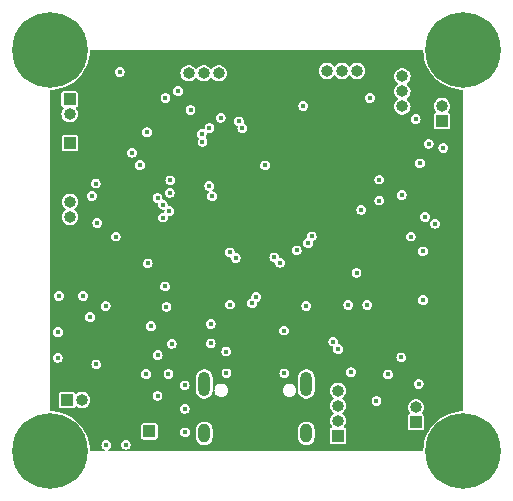
<source format=gbr>
%TF.GenerationSoftware,KiCad,Pcbnew,7.0.9*%
%TF.CreationDate,2024-03-28T09:14:24+03:00*%
%TF.ProjectId,MicroFlightController-v2,4d696372-6f46-46c6-9967-6874436f6e74,rev?*%
%TF.SameCoordinates,Original*%
%TF.FileFunction,Copper,L2,Inr*%
%TF.FilePolarity,Positive*%
%FSLAX46Y46*%
G04 Gerber Fmt 4.6, Leading zero omitted, Abs format (unit mm)*
G04 Created by KiCad (PCBNEW 7.0.9) date 2024-03-28 09:14:24*
%MOMM*%
%LPD*%
G01*
G04 APERTURE LIST*
%TA.AperFunction,ComponentPad*%
%ADD10R,1.000000X1.000000*%
%TD*%
%TA.AperFunction,ComponentPad*%
%ADD11O,1.000000X1.000000*%
%TD*%
%TA.AperFunction,ComponentPad*%
%ADD12C,0.800000*%
%TD*%
%TA.AperFunction,ComponentPad*%
%ADD13C,6.400000*%
%TD*%
%TA.AperFunction,ComponentPad*%
%ADD14O,1.000000X2.100000*%
%TD*%
%TA.AperFunction,ComponentPad*%
%ADD15O,1.000000X1.600000*%
%TD*%
%TA.AperFunction,ViaPad*%
%ADD16C,0.450000*%
%TD*%
G04 APERTURE END LIST*
D10*
%TO.N,GND*%
%TO.C,J8*%
X160825000Y-87075000D03*
D11*
%TO.N,/MCU/PC6*%
X160825000Y-85805000D03*
%TO.N,/MCU/PC7*%
X160825000Y-84535000D03*
%TO.N,+5V*%
X160825000Y-83265000D03*
%TD*%
D12*
%TO.N,N/C*%
%TO.C,REF\u002A\u002A*%
X163600000Y-81000000D03*
X164302944Y-79302944D03*
X164302944Y-82697056D03*
X166000000Y-78600000D03*
D13*
X166000000Y-81000000D03*
D12*
X166000000Y-83400000D03*
X167697056Y-79302944D03*
X167697056Y-82697056D03*
X168400000Y-81000000D03*
%TD*%
D10*
%TO.N,GND*%
%TO.C,J7*%
X153175000Y-82790000D03*
D11*
%TO.N,/MCU/PA9*%
X154445000Y-82790000D03*
%TO.N,/MCU/PA10*%
X155715000Y-82790000D03*
%TO.N,+5V*%
X156985000Y-82790000D03*
%TD*%
D14*
%TO.N,Net-(J1-SHIELD)*%
%TO.C,J1*%
X144070000Y-109310000D03*
D15*
X144070000Y-113490000D03*
D14*
X152710000Y-109310000D03*
D15*
X152710000Y-113490000D03*
%TD*%
D12*
%TO.N,N/C*%
%TO.C,REF\u002A\u002A*%
X163600000Y-115000000D03*
X164302944Y-113302944D03*
X164302944Y-116697056D03*
X166000000Y-112600000D03*
D13*
X166000000Y-115000000D03*
D12*
X166000000Y-117400000D03*
X167697056Y-113302944D03*
X167697056Y-116697056D03*
X168400000Y-115000000D03*
%TD*%
D10*
%TO.N,VBAT*%
%TO.C,J10*%
X161975000Y-112550000D03*
D11*
%TO.N,Net-(D9-A)*%
X161975000Y-111280000D03*
%TD*%
D10*
%TO.N,GND*%
%TO.C,J6*%
X141465000Y-83000000D03*
D11*
%TO.N,/MCU/PC10*%
X142735000Y-83000000D03*
%TO.N,/MCU/PC11*%
X144005000Y-83000000D03*
%TO.N,+5V*%
X145275000Y-83000000D03*
%TD*%
D12*
%TO.N,N/C*%
%TO.C,REF\u002A\u002A*%
X128600000Y-81000000D03*
X129302944Y-79302944D03*
X129302944Y-82697056D03*
X131000000Y-78600000D03*
D13*
X131000000Y-81000000D03*
D12*
X131000000Y-83400000D03*
X132697056Y-79302944D03*
X132697056Y-82697056D03*
X133400000Y-81000000D03*
%TD*%
D10*
%TO.N,VBAT*%
%TO.C,J3*%
X139410000Y-113320000D03*
D11*
%TO.N,GND*%
X140680000Y-113320000D03*
%TD*%
D10*
%TO.N,+3.3V*%
%TO.C,J2*%
X155380000Y-113680000D03*
D11*
%TO.N,/MCU/NRST*%
X155380000Y-112410000D03*
%TO.N,/MCU/SWDIO*%
X155380000Y-111140000D03*
%TO.N,/MCU/SWCLK*%
X155380000Y-109870000D03*
%TO.N,GND*%
X155380000Y-108600000D03*
%TD*%
D10*
%TO.N,+5V*%
%TO.C,J5*%
X132675000Y-88905000D03*
D11*
%TO.N,GND*%
X132675000Y-90175000D03*
%TD*%
D10*
%TO.N,VBAT*%
%TO.C,J9*%
X132450000Y-110675000D03*
D11*
%TO.N,Net-(D8-A)*%
X133720000Y-110675000D03*
%TD*%
D10*
%TO.N,VBAT*%
%TO.C,J11*%
X132660000Y-85200000D03*
D11*
%TO.N,Net-(D10-A)*%
X132660000Y-86470000D03*
%TD*%
D12*
%TO.N,N/C*%
%TO.C,REF\u002A\u002A*%
X128600000Y-115000000D03*
X129302944Y-113302944D03*
X129302944Y-116697056D03*
X131000000Y-112600000D03*
D13*
X131000000Y-115000000D03*
D12*
X131000000Y-117400000D03*
X132697056Y-113302944D03*
X132697056Y-116697056D03*
X133400000Y-115000000D03*
%TD*%
D10*
%TO.N,GND*%
%TO.C,J4*%
X132700000Y-92610000D03*
D11*
%TO.N,/MCU/PB14*%
X132700000Y-93880000D03*
%TO.N,+5V*%
X132700000Y-95150000D03*
%TD*%
D10*
%TO.N,VBAT*%
%TO.C,J12*%
X164175000Y-87050000D03*
D11*
%TO.N,Net-(D11-A)*%
X164175000Y-85780000D03*
%TD*%
D16*
%TO.N,/MCU/NRST*%
X141840000Y-84510000D03*
X145450700Y-86750000D03*
%TO.N,GND*%
X135140000Y-108610000D03*
X156460000Y-96170000D03*
X154310000Y-99770000D03*
X137890000Y-93410000D03*
X146600000Y-90800000D03*
X141000000Y-89250000D03*
X139390000Y-86050000D03*
X134240000Y-96190000D03*
X142630000Y-99910000D03*
X139250000Y-89000000D03*
X138560000Y-84150000D03*
X137130000Y-103120000D03*
X156460000Y-95560000D03*
X135200000Y-104770000D03*
X139407669Y-84472331D03*
X141140000Y-84200000D03*
X137160000Y-93410000D03*
X153660000Y-99790000D03*
X147630000Y-82770000D03*
X156480000Y-96790000D03*
X135724999Y-105176800D03*
X148300000Y-82760000D03*
X151390000Y-87700000D03*
X137140000Y-103710000D03*
X141870000Y-86890000D03*
X159410000Y-85200000D03*
X160680000Y-88720000D03*
X160020000Y-88710000D03*
X144640000Y-98080000D03*
X136140000Y-105650000D03*
X147800000Y-90800000D03*
X147200000Y-91000000D03*
X163730000Y-100650000D03*
X150010000Y-86880000D03*
X164070000Y-107700000D03*
X164698000Y-107700000D03*
X135130000Y-109300000D03*
X140870000Y-86870000D03*
X160030000Y-90170000D03*
X142610000Y-99210000D03*
X147220000Y-90270000D03*
X153030000Y-86420000D03*
X139420000Y-103290000D03*
X163410000Y-107680000D03*
X155080000Y-83840000D03*
X137100000Y-94200000D03*
X150980000Y-97590000D03*
X146970000Y-82760000D03*
X160040000Y-89470000D03*
X137070000Y-108310000D03*
X163610000Y-110015000D03*
X163720000Y-99870000D03*
X137900000Y-94200000D03*
%TO.N,VBUS*%
X135770000Y-114480000D03*
X150840000Y-108395000D03*
X145940000Y-108395000D03*
X145925000Y-106555000D03*
X131750000Y-101840000D03*
X137410000Y-114440000D03*
X144600000Y-105875000D03*
X142400000Y-109420000D03*
X141030000Y-108470000D03*
X144600000Y-104210000D03*
X134920000Y-107650000D03*
%TO.N,/MCU/BOOT0*%
X161535500Y-96820000D03*
X158640000Y-110760000D03*
%TO.N,+3.3V*%
X152450000Y-85760000D03*
X142895000Y-86095000D03*
X152700000Y-102685000D03*
X140775000Y-85095000D03*
X156480000Y-108310000D03*
X158075000Y-85075000D03*
X136890000Y-82870000D03*
X139275000Y-99100000D03*
X136550000Y-96820000D03*
X137930000Y-89725000D03*
X141180000Y-92060000D03*
X131673100Y-104910000D03*
X134860000Y-92330000D03*
X133810000Y-101850000D03*
X162560000Y-98070000D03*
X163610000Y-95730000D03*
X155390000Y-106350000D03*
%TO.N,VIN*%
X162200000Y-109300000D03*
X159600000Y-108500000D03*
X139130000Y-108470000D03*
X141300000Y-105890000D03*
X160740000Y-107057500D03*
X162590000Y-102200000D03*
%TO.N,+5V*%
X157870000Y-102600000D03*
X162310000Y-90620000D03*
X156260000Y-102600000D03*
X161950000Y-86880000D03*
%TO.N,/Battery Charger/VREF*%
X139540000Y-104410000D03*
X131640000Y-107070000D03*
X134390000Y-103650000D03*
%TO.N,/MCU/SWDIO*%
X150810000Y-104780000D03*
%TO.N,VBAT*%
X140100000Y-110300000D03*
X142400000Y-111400000D03*
X140110000Y-106860000D03*
X135700000Y-102700000D03*
X160779998Y-93317494D03*
X163050000Y-88960000D03*
%TO.N,/MCU/PB14*%
X146250000Y-102580000D03*
%TO.N,/MCU/PC10*%
X152858626Y-97375350D03*
%TO.N,/MCU/PC11*%
X153160000Y-96800000D03*
%TO.N,/MCU/PA9*%
X149986164Y-98585779D03*
%TO.N,/MCU/PA10*%
X150460000Y-99030000D03*
%TO.N,/MCU/PA3*%
X138600000Y-90760000D03*
%TO.N,/MCU/PB0*%
X144720000Y-93410000D03*
%TO.N,/MCU/PA1*%
X156950000Y-99880000D03*
X151890000Y-97990000D03*
X154980000Y-105710000D03*
%TO.N,/MCU/PB5*%
X157360000Y-94540700D03*
%TO.N,Net-(Q3-C)*%
X164310000Y-89320000D03*
%TO.N,/Baro/SCL*%
X140750000Y-101045000D03*
X140860000Y-102758300D03*
%TO.N,/Buck Boost Converter/VBAT-MESAURE*%
X149220000Y-90800000D03*
X142440000Y-113390000D03*
%TO.N,/MCU/PB8*%
X162760000Y-95160000D03*
%TO.N,/MCU/PB6*%
X158889582Y-91995597D03*
X158890000Y-93770000D03*
%TO.N,/Flash/MOSI*%
X147010000Y-87070000D03*
X144500000Y-87640000D03*
%TO.N,/Flash/MISO*%
X143908810Y-88786547D03*
X147286556Y-87657682D03*
%TO.N,/MCU/PA4*%
X144490000Y-92540000D03*
X140100000Y-93570000D03*
%TO.N,/MCU/PA6*%
X140538257Y-94110700D03*
X134550000Y-93370000D03*
%TO.N,/MCU/PA7*%
X141110000Y-94660000D03*
X141130951Y-93109300D03*
%TO.N,/MCU/PC4*%
X135010000Y-95670000D03*
X140560000Y-95210000D03*
%TO.N,/Flash/CS*%
X139210000Y-87990000D03*
X146219300Y-98160000D03*
%TO.N,/Flash/CLK*%
X143840000Y-88140700D03*
X146720000Y-98630000D03*
%TO.N,/MCU/PC6*%
X148116984Y-102475191D03*
%TO.N,/MCU/PC7*%
X148470000Y-101930000D03*
%TD*%
%TA.AperFunction,Conductor*%
%TO.N,GND*%
G36*
X162581152Y-81018093D02*
G01*
X162606872Y-81062642D01*
X162607902Y-81071619D01*
X162623927Y-81367170D01*
X162623928Y-81367180D01*
X162683414Y-81730029D01*
X162683414Y-81730030D01*
X162781788Y-82084341D01*
X162781789Y-82084344D01*
X162917884Y-82425917D01*
X162917888Y-82425925D01*
X162917892Y-82425935D01*
X163090130Y-82750811D01*
X163296484Y-83055160D01*
X163399224Y-83176115D01*
X163496965Y-83291185D01*
X163534534Y-83335414D01*
X163801489Y-83588287D01*
X164094220Y-83810815D01*
X164409294Y-84000389D01*
X164743018Y-84154786D01*
X164743026Y-84154788D01*
X164743029Y-84154790D01*
X164785957Y-84169254D01*
X165091479Y-84272197D01*
X165450592Y-84351243D01*
X165816145Y-84391000D01*
X165924300Y-84391000D01*
X165972638Y-84408593D01*
X165998358Y-84453142D01*
X165999500Y-84466200D01*
X165999500Y-111533800D01*
X165981907Y-111582138D01*
X165937358Y-111607858D01*
X165924300Y-111609000D01*
X165816145Y-111609000D01*
X165708576Y-111620699D01*
X165450594Y-111648756D01*
X165091474Y-111727804D01*
X164743029Y-111845209D01*
X164743018Y-111845214D01*
X164461466Y-111975474D01*
X164409290Y-111999613D01*
X164094218Y-112189186D01*
X164094208Y-112189193D01*
X163801488Y-112411713D01*
X163534533Y-112664586D01*
X163534532Y-112664587D01*
X163296482Y-112944842D01*
X163090129Y-113249190D01*
X163090127Y-113249193D01*
X162917897Y-113574056D01*
X162917884Y-113574082D01*
X162781789Y-113915655D01*
X162781788Y-113915658D01*
X162683414Y-114269969D01*
X162683414Y-114269970D01*
X162623928Y-114632819D01*
X162623927Y-114632826D01*
X162623927Y-114632830D01*
X162607903Y-114928372D01*
X162587719Y-114975685D01*
X162541844Y-114998956D01*
X162532814Y-114999500D01*
X137492219Y-114999500D01*
X137443881Y-114981907D01*
X137418161Y-114937358D01*
X137427094Y-114886700D01*
X137466499Y-114853635D01*
X137480453Y-114850026D01*
X137540153Y-114840571D01*
X137657566Y-114780746D01*
X137750746Y-114687566D01*
X137810571Y-114570153D01*
X137831185Y-114440000D01*
X137810571Y-114309847D01*
X137750746Y-114192434D01*
X137750745Y-114192433D01*
X137750744Y-114192431D01*
X137657568Y-114099255D01*
X137540153Y-114039429D01*
X137540155Y-114039429D01*
X137410001Y-114018815D01*
X137409999Y-114018815D01*
X137279845Y-114039429D01*
X137162431Y-114099255D01*
X137069255Y-114192431D01*
X137009429Y-114309845D01*
X136988815Y-114439999D01*
X136988815Y-114440000D01*
X137009429Y-114570154D01*
X137069255Y-114687568D01*
X137162431Y-114780744D01*
X137162433Y-114780745D01*
X137162434Y-114780746D01*
X137279845Y-114840570D01*
X137279847Y-114840571D01*
X137339545Y-114850026D01*
X137384535Y-114874964D01*
X137402970Y-114922988D01*
X137386222Y-114971625D01*
X137342130Y-114998118D01*
X137327781Y-114999500D01*
X135979973Y-114999500D01*
X135931635Y-114981907D01*
X135905915Y-114937358D01*
X135914848Y-114886700D01*
X135945833Y-114857296D01*
X135978659Y-114840570D01*
X136017566Y-114820746D01*
X136110746Y-114727566D01*
X136170571Y-114610153D01*
X136191185Y-114480000D01*
X136170571Y-114349847D01*
X136110746Y-114232434D01*
X136110745Y-114232433D01*
X136110744Y-114232431D01*
X136017568Y-114139255D01*
X135900153Y-114079429D01*
X135900155Y-114079429D01*
X135770001Y-114058815D01*
X135769999Y-114058815D01*
X135639845Y-114079429D01*
X135522431Y-114139255D01*
X135429255Y-114232431D01*
X135369429Y-114349845D01*
X135348815Y-114479999D01*
X135348815Y-114480000D01*
X135369429Y-114610154D01*
X135429255Y-114727568D01*
X135522431Y-114820744D01*
X135522433Y-114820745D01*
X135522434Y-114820746D01*
X135561341Y-114840570D01*
X135594167Y-114857296D01*
X135629249Y-114894917D01*
X135631941Y-114946287D01*
X135600984Y-114987368D01*
X135560027Y-114999500D01*
X134467186Y-114999500D01*
X134418848Y-114981907D01*
X134393128Y-114937358D01*
X134392097Y-114928380D01*
X134376073Y-114632830D01*
X134316584Y-114269965D01*
X134218211Y-113915658D01*
X134187593Y-113838812D01*
X138719000Y-113838812D01*
X138730081Y-113894523D01*
X138730082Y-113894525D01*
X138772297Y-113957703D01*
X138835475Y-113999918D01*
X138863331Y-114005459D01*
X138891187Y-114011000D01*
X138891188Y-114011000D01*
X139928813Y-114011000D01*
X139947383Y-114007306D01*
X139984525Y-113999918D01*
X140047703Y-113957703D01*
X140089918Y-113894525D01*
X140101000Y-113838812D01*
X140101000Y-113831796D01*
X143379000Y-113831796D01*
X143394152Y-113956582D01*
X143394152Y-113956584D01*
X143394153Y-113956585D01*
X143453654Y-114113479D01*
X143453659Y-114113487D01*
X143548976Y-114251578D01*
X143548978Y-114251580D01*
X143548980Y-114251583D01*
X143548983Y-114251585D01*
X143548988Y-114251591D01*
X143674580Y-114362855D01*
X143674586Y-114362859D01*
X143821565Y-114440000D01*
X143823168Y-114440841D01*
X143986097Y-114481000D01*
X143986100Y-114481000D01*
X144153900Y-114481000D01*
X144153903Y-114481000D01*
X144316832Y-114440841D01*
X144465416Y-114362858D01*
X144591020Y-114251583D01*
X144686344Y-114113482D01*
X144745848Y-113956582D01*
X144761000Y-113831796D01*
X152019000Y-113831796D01*
X152034152Y-113956582D01*
X152034152Y-113956584D01*
X152034153Y-113956585D01*
X152093654Y-114113479D01*
X152093659Y-114113487D01*
X152188976Y-114251578D01*
X152188978Y-114251580D01*
X152188980Y-114251583D01*
X152188983Y-114251585D01*
X152188988Y-114251591D01*
X152314580Y-114362855D01*
X152314586Y-114362859D01*
X152461565Y-114440000D01*
X152463168Y-114440841D01*
X152626097Y-114481000D01*
X152626100Y-114481000D01*
X152793900Y-114481000D01*
X152793903Y-114481000D01*
X152956832Y-114440841D01*
X153105416Y-114362858D01*
X153231020Y-114251583D01*
X153326344Y-114113482D01*
X153385848Y-113956582D01*
X153401000Y-113831796D01*
X153401000Y-113148204D01*
X153385848Y-113023418D01*
X153346178Y-112918818D01*
X153326345Y-112866520D01*
X153326340Y-112866512D01*
X153231023Y-112728421D01*
X153231022Y-112728419D01*
X153231020Y-112728417D01*
X153231016Y-112728413D01*
X153231011Y-112728408D01*
X153105419Y-112617144D01*
X153105413Y-112617140D01*
X152956835Y-112539160D01*
X152956832Y-112539159D01*
X152793903Y-112499000D01*
X152626097Y-112499000D01*
X152463168Y-112539159D01*
X152463164Y-112539160D01*
X152314586Y-112617140D01*
X152314580Y-112617144D01*
X152188988Y-112728408D01*
X152188976Y-112728421D01*
X152093659Y-112866512D01*
X152093654Y-112866520D01*
X152034153Y-113023414D01*
X152034152Y-113023416D01*
X152034152Y-113023418D01*
X152019000Y-113148204D01*
X152019000Y-113831796D01*
X144761000Y-113831796D01*
X144761000Y-113148204D01*
X144745848Y-113023418D01*
X144706178Y-112918818D01*
X144686345Y-112866520D01*
X144686340Y-112866512D01*
X144591023Y-112728421D01*
X144591022Y-112728419D01*
X144591020Y-112728417D01*
X144591016Y-112728413D01*
X144591011Y-112728408D01*
X144465419Y-112617144D01*
X144465413Y-112617140D01*
X144316835Y-112539160D01*
X144316832Y-112539159D01*
X144153903Y-112499000D01*
X143986097Y-112499000D01*
X143823168Y-112539159D01*
X143823164Y-112539160D01*
X143674586Y-112617140D01*
X143674580Y-112617144D01*
X143548988Y-112728408D01*
X143548976Y-112728421D01*
X143453659Y-112866512D01*
X143453654Y-112866520D01*
X143394153Y-113023414D01*
X143394152Y-113023416D01*
X143394152Y-113023418D01*
X143379000Y-113148204D01*
X143379000Y-113831796D01*
X140101000Y-113831796D01*
X140101000Y-113390000D01*
X142018815Y-113390000D01*
X142039429Y-113520154D01*
X142099255Y-113637568D01*
X142192431Y-113730744D01*
X142192433Y-113730745D01*
X142192434Y-113730746D01*
X142309845Y-113790570D01*
X142309847Y-113790571D01*
X142409827Y-113806406D01*
X142439999Y-113811185D01*
X142440000Y-113811185D01*
X142440001Y-113811185D01*
X142460615Y-113807919D01*
X142570153Y-113790571D01*
X142687566Y-113730746D01*
X142780746Y-113637566D01*
X142840571Y-113520153D01*
X142861185Y-113390000D01*
X142840571Y-113259847D01*
X142780746Y-113142434D01*
X142780745Y-113142433D01*
X142780744Y-113142431D01*
X142687568Y-113049255D01*
X142570153Y-112989429D01*
X142570155Y-112989429D01*
X142440001Y-112968815D01*
X142439999Y-112968815D01*
X142309845Y-112989429D01*
X142192431Y-113049255D01*
X142099255Y-113142431D01*
X142039429Y-113259845D01*
X142018815Y-113389999D01*
X142018815Y-113390000D01*
X140101000Y-113390000D01*
X140101000Y-112801188D01*
X140089918Y-112745475D01*
X140047703Y-112682297D01*
X139984525Y-112640082D01*
X139984523Y-112640081D01*
X139928813Y-112629000D01*
X139928812Y-112629000D01*
X138891188Y-112629000D01*
X138891187Y-112629000D01*
X138835476Y-112640081D01*
X138835474Y-112640082D01*
X138772297Y-112682297D01*
X138730082Y-112745474D01*
X138730081Y-112745476D01*
X138719000Y-112801187D01*
X138719000Y-113838812D01*
X134187593Y-113838812D01*
X134082115Y-113574082D01*
X134082113Y-113574079D01*
X134082108Y-113574065D01*
X133909870Y-113249189D01*
X133703516Y-112944840D01*
X133465466Y-112664586D01*
X133198511Y-112411713D01*
X133196258Y-112410000D01*
X154683925Y-112410000D01*
X154704152Y-112576582D01*
X154704152Y-112576584D01*
X154704153Y-112576585D01*
X154763654Y-112733479D01*
X154763659Y-112733487D01*
X154858979Y-112871583D01*
X154860881Y-112873730D01*
X154861440Y-112875147D01*
X154861564Y-112875327D01*
X154861522Y-112875355D01*
X154879756Y-112921581D01*
X154863458Y-112970371D01*
X154819611Y-112997269D01*
X154819255Y-112997341D01*
X154805476Y-113000081D01*
X154805474Y-113000082D01*
X154742297Y-113042297D01*
X154700082Y-113105474D01*
X154700081Y-113105476D01*
X154689000Y-113161187D01*
X154689000Y-114198812D01*
X154700081Y-114254523D01*
X154700082Y-114254525D01*
X154742297Y-114317703D01*
X154805475Y-114359918D01*
X154833331Y-114365459D01*
X154861187Y-114371000D01*
X154861188Y-114371000D01*
X155898813Y-114371000D01*
X155917383Y-114367306D01*
X155954525Y-114359918D01*
X156017703Y-114317703D01*
X156059918Y-114254525D01*
X156071000Y-114198812D01*
X156071000Y-113161188D01*
X156059918Y-113105475D01*
X156017703Y-113042297D01*
X155954525Y-113000082D01*
X155954523Y-113000081D01*
X155940745Y-112997341D01*
X155896768Y-112970655D01*
X155880234Y-112921945D01*
X155898878Y-112874003D01*
X155899123Y-112873724D01*
X155901013Y-112871588D01*
X155901020Y-112871583D01*
X155996344Y-112733482D01*
X156055848Y-112576582D01*
X156076075Y-112410000D01*
X156055848Y-112243418D01*
X155996344Y-112086518D01*
X155936357Y-111999611D01*
X155901023Y-111948421D01*
X155901022Y-111948419D01*
X155901020Y-111948417D01*
X155901016Y-111948413D01*
X155901011Y-111948408D01*
X155775422Y-111837147D01*
X155775420Y-111837145D01*
X155775416Y-111837142D01*
X155775410Y-111837139D01*
X155775051Y-111836891D01*
X155774911Y-111836694D01*
X155772012Y-111834126D01*
X155772608Y-111833452D01*
X155745262Y-111794954D01*
X155749398Y-111743681D01*
X155772381Y-111716290D01*
X155772012Y-111715874D01*
X155774813Y-111713392D01*
X155775051Y-111713109D01*
X155775405Y-111712863D01*
X155775416Y-111712858D01*
X155901020Y-111601583D01*
X155996344Y-111463482D01*
X156055848Y-111306582D01*
X156059076Y-111280000D01*
X161278925Y-111280000D01*
X161299152Y-111446582D01*
X161299152Y-111446584D01*
X161299153Y-111446585D01*
X161358654Y-111603479D01*
X161358659Y-111603487D01*
X161453979Y-111741583D01*
X161455881Y-111743730D01*
X161456440Y-111745147D01*
X161456564Y-111745327D01*
X161456522Y-111745355D01*
X161474756Y-111791581D01*
X161458458Y-111840371D01*
X161414611Y-111867269D01*
X161414255Y-111867341D01*
X161400476Y-111870081D01*
X161400474Y-111870082D01*
X161337297Y-111912297D01*
X161295082Y-111975474D01*
X161295081Y-111975476D01*
X161284000Y-112031187D01*
X161284000Y-113068812D01*
X161295081Y-113124523D01*
X161295082Y-113124525D01*
X161337297Y-113187703D01*
X161400475Y-113229918D01*
X161428331Y-113235459D01*
X161456187Y-113241000D01*
X161456188Y-113241000D01*
X162493813Y-113241000D01*
X162512383Y-113237306D01*
X162549525Y-113229918D01*
X162612703Y-113187703D01*
X162654918Y-113124525D01*
X162666000Y-113068812D01*
X162666000Y-112031188D01*
X162654918Y-111975475D01*
X162612703Y-111912297D01*
X162549525Y-111870082D01*
X162549523Y-111870081D01*
X162535745Y-111867341D01*
X162491768Y-111840655D01*
X162475234Y-111791945D01*
X162493878Y-111744003D01*
X162494123Y-111743724D01*
X162496013Y-111741588D01*
X162496020Y-111741583D01*
X162591344Y-111603482D01*
X162650848Y-111446582D01*
X162671075Y-111280000D01*
X162650848Y-111113418D01*
X162591344Y-110956518D01*
X162591340Y-110956512D01*
X162496023Y-110818421D01*
X162496022Y-110818419D01*
X162496020Y-110818417D01*
X162496016Y-110818413D01*
X162496011Y-110818408D01*
X162370419Y-110707144D01*
X162370413Y-110707140D01*
X162221835Y-110629160D01*
X162221832Y-110629159D01*
X162058903Y-110589000D01*
X161891097Y-110589000D01*
X161728168Y-110629159D01*
X161728164Y-110629160D01*
X161579586Y-110707140D01*
X161579580Y-110707144D01*
X161453988Y-110818408D01*
X161453976Y-110818421D01*
X161358659Y-110956512D01*
X161358654Y-110956520D01*
X161299153Y-111113414D01*
X161299152Y-111113416D01*
X161299152Y-111113418D01*
X161278925Y-111280000D01*
X156059076Y-111280000D01*
X156076075Y-111140000D01*
X156055848Y-110973418D01*
X156005851Y-110841585D01*
X155996345Y-110816520D01*
X155996340Y-110816512D01*
X155957333Y-110760000D01*
X158218815Y-110760000D01*
X158239429Y-110890154D01*
X158299255Y-111007568D01*
X158392431Y-111100744D01*
X158392433Y-111100745D01*
X158392434Y-111100746D01*
X158509845Y-111160570D01*
X158509847Y-111160571D01*
X158609827Y-111176406D01*
X158639999Y-111181185D01*
X158640000Y-111181185D01*
X158640001Y-111181185D01*
X158660615Y-111177919D01*
X158770153Y-111160571D01*
X158887566Y-111100746D01*
X158980746Y-111007566D01*
X159040571Y-110890153D01*
X159061185Y-110760000D01*
X159040571Y-110629847D01*
X158980746Y-110512434D01*
X158980745Y-110512433D01*
X158980744Y-110512431D01*
X158887568Y-110419255D01*
X158770153Y-110359429D01*
X158770155Y-110359429D01*
X158640001Y-110338815D01*
X158639999Y-110338815D01*
X158509845Y-110359429D01*
X158392431Y-110419255D01*
X158299255Y-110512431D01*
X158239429Y-110629845D01*
X158218815Y-110759999D01*
X158218815Y-110760000D01*
X155957333Y-110760000D01*
X155901023Y-110678421D01*
X155901022Y-110678419D01*
X155901020Y-110678417D01*
X155901016Y-110678413D01*
X155901011Y-110678408D01*
X155775422Y-110567147D01*
X155775420Y-110567145D01*
X155775416Y-110567142D01*
X155775410Y-110567139D01*
X155775051Y-110566891D01*
X155774911Y-110566694D01*
X155772012Y-110564126D01*
X155772608Y-110563452D01*
X155745262Y-110524954D01*
X155749398Y-110473681D01*
X155772381Y-110446290D01*
X155772012Y-110445874D01*
X155774813Y-110443392D01*
X155775051Y-110443109D01*
X155775405Y-110442863D01*
X155775416Y-110442858D01*
X155901020Y-110331583D01*
X155996344Y-110193482D01*
X156055848Y-110036582D01*
X156076075Y-109870000D01*
X156055848Y-109703418D01*
X155996742Y-109547568D01*
X155996345Y-109546520D01*
X155996340Y-109546512D01*
X155901023Y-109408421D01*
X155901022Y-109408419D01*
X155901020Y-109408417D01*
X155901016Y-109408413D01*
X155901011Y-109408408D01*
X155778643Y-109300000D01*
X161778815Y-109300000D01*
X161799429Y-109430154D01*
X161859255Y-109547568D01*
X161952431Y-109640744D01*
X161952433Y-109640745D01*
X161952434Y-109640746D01*
X162069845Y-109700570D01*
X162069847Y-109700571D01*
X162169827Y-109716406D01*
X162199999Y-109721185D01*
X162200000Y-109721185D01*
X162200001Y-109721185D01*
X162220615Y-109717919D01*
X162330153Y-109700571D01*
X162447566Y-109640746D01*
X162540746Y-109547566D01*
X162600571Y-109430153D01*
X162621185Y-109300000D01*
X162600571Y-109169847D01*
X162540746Y-109052434D01*
X162540745Y-109052433D01*
X162540744Y-109052431D01*
X162447568Y-108959255D01*
X162330153Y-108899429D01*
X162330155Y-108899429D01*
X162200001Y-108878815D01*
X162199999Y-108878815D01*
X162069845Y-108899429D01*
X161952431Y-108959255D01*
X161859255Y-109052431D01*
X161799429Y-109169845D01*
X161778815Y-109299999D01*
X161778815Y-109300000D01*
X155778643Y-109300000D01*
X155775419Y-109297144D01*
X155775413Y-109297140D01*
X155626835Y-109219160D01*
X155626832Y-109219159D01*
X155463903Y-109179000D01*
X155296097Y-109179000D01*
X155133168Y-109219159D01*
X155133164Y-109219160D01*
X154984586Y-109297140D01*
X154984580Y-109297144D01*
X154858988Y-109408408D01*
X154858976Y-109408421D01*
X154763659Y-109546512D01*
X154763654Y-109546520D01*
X154704153Y-109703414D01*
X154704152Y-109703416D01*
X154704152Y-109703418D01*
X154683925Y-109870000D01*
X154704152Y-110036582D01*
X154704152Y-110036584D01*
X154704153Y-110036585D01*
X154763654Y-110193479D01*
X154763659Y-110193487D01*
X154858976Y-110331578D01*
X154858978Y-110331580D01*
X154858980Y-110331583D01*
X154858983Y-110331585D01*
X154858988Y-110331591D01*
X154984581Y-110442856D01*
X154984955Y-110443114D01*
X154985094Y-110443310D01*
X154987988Y-110445874D01*
X154987392Y-110446546D01*
X155014740Y-110485054D01*
X155010597Y-110536327D01*
X154987619Y-110563710D01*
X154987988Y-110564126D01*
X154985193Y-110566601D01*
X154984955Y-110566886D01*
X154984581Y-110567143D01*
X154858988Y-110678408D01*
X154858976Y-110678421D01*
X154763659Y-110816512D01*
X154763654Y-110816520D01*
X154704153Y-110973414D01*
X154704152Y-110973416D01*
X154704152Y-110973418D01*
X154683925Y-111140000D01*
X154704152Y-111306582D01*
X154704152Y-111306584D01*
X154704153Y-111306585D01*
X154763654Y-111463479D01*
X154763659Y-111463487D01*
X154858976Y-111601578D01*
X154858978Y-111601580D01*
X154858980Y-111601583D01*
X154858983Y-111601585D01*
X154858988Y-111601591D01*
X154984581Y-111712856D01*
X154984955Y-111713114D01*
X154985094Y-111713310D01*
X154987988Y-111715874D01*
X154987392Y-111716546D01*
X155014740Y-111755054D01*
X155010597Y-111806327D01*
X154987619Y-111833710D01*
X154987988Y-111834126D01*
X154985193Y-111836601D01*
X154984955Y-111836886D01*
X154984581Y-111837143D01*
X154858988Y-111948408D01*
X154858976Y-111948421D01*
X154763659Y-112086512D01*
X154763654Y-112086520D01*
X154704153Y-112243414D01*
X154704152Y-112243416D01*
X154704152Y-112243418D01*
X154683925Y-112410000D01*
X133196258Y-112410000D01*
X132905791Y-112189193D01*
X132905781Y-112189186D01*
X132905782Y-112189186D01*
X132905780Y-112189185D01*
X132590706Y-111999611D01*
X132256982Y-111845214D01*
X132256978Y-111845212D01*
X132256970Y-111845209D01*
X131908525Y-111727804D01*
X131908522Y-111727803D01*
X131908521Y-111727803D01*
X131815036Y-111707225D01*
X131549405Y-111648756D01*
X131303123Y-111621971D01*
X131183855Y-111609000D01*
X131183852Y-111609000D01*
X131075700Y-111609000D01*
X131027362Y-111591407D01*
X131001642Y-111546858D01*
X131000500Y-111533800D01*
X131000500Y-111400000D01*
X141978815Y-111400000D01*
X141999429Y-111530154D01*
X142059255Y-111647568D01*
X142152431Y-111740744D01*
X142152433Y-111740745D01*
X142152434Y-111740746D01*
X142269845Y-111800570D01*
X142269847Y-111800571D01*
X142369827Y-111816406D01*
X142399999Y-111821185D01*
X142400000Y-111821185D01*
X142400001Y-111821185D01*
X142420615Y-111817919D01*
X142530153Y-111800571D01*
X142647566Y-111740746D01*
X142740746Y-111647566D01*
X142800571Y-111530153D01*
X142821185Y-111400000D01*
X142800571Y-111269847D01*
X142740746Y-111152434D01*
X142740745Y-111152433D01*
X142740744Y-111152431D01*
X142647568Y-111059255D01*
X142530153Y-110999429D01*
X142530155Y-110999429D01*
X142400001Y-110978815D01*
X142399999Y-110978815D01*
X142269845Y-110999429D01*
X142152431Y-111059255D01*
X142059255Y-111152431D01*
X141999429Y-111269845D01*
X141978815Y-111399999D01*
X141978815Y-111400000D01*
X131000500Y-111400000D01*
X131000500Y-111193812D01*
X131759000Y-111193812D01*
X131770081Y-111249523D01*
X131770082Y-111249525D01*
X131812297Y-111312703D01*
X131875475Y-111354918D01*
X131903331Y-111360459D01*
X131931187Y-111366000D01*
X131931188Y-111366000D01*
X132968813Y-111366000D01*
X132987383Y-111362306D01*
X133024525Y-111354918D01*
X133087703Y-111312703D01*
X133129918Y-111249525D01*
X133133805Y-111229981D01*
X133160489Y-111186005D01*
X133209199Y-111169469D01*
X133257142Y-111188112D01*
X133257426Y-111188362D01*
X133263578Y-111193812D01*
X133324584Y-111247858D01*
X133473168Y-111325841D01*
X133636097Y-111366000D01*
X133636100Y-111366000D01*
X133803900Y-111366000D01*
X133803903Y-111366000D01*
X133966832Y-111325841D01*
X134115416Y-111247858D01*
X134241020Y-111136583D01*
X134336344Y-110998482D01*
X134395848Y-110841582D01*
X134416075Y-110675000D01*
X134395848Y-110508418D01*
X134336344Y-110351518D01*
X134327576Y-110338815D01*
X134300784Y-110300000D01*
X139678815Y-110300000D01*
X139699429Y-110430154D01*
X139759255Y-110547568D01*
X139852431Y-110640744D01*
X139852433Y-110640745D01*
X139852434Y-110640746D01*
X139969845Y-110700570D01*
X139969847Y-110700571D01*
X140069827Y-110716406D01*
X140099999Y-110721185D01*
X140100000Y-110721185D01*
X140100001Y-110721185D01*
X140120615Y-110717919D01*
X140230153Y-110700571D01*
X140347566Y-110640746D01*
X140440746Y-110547566D01*
X140500571Y-110430153D01*
X140521185Y-110300000D01*
X140500571Y-110169847D01*
X140440746Y-110052434D01*
X140440745Y-110052433D01*
X140440744Y-110052431D01*
X140347568Y-109959255D01*
X140234798Y-109901796D01*
X143379000Y-109901796D01*
X143394152Y-110026582D01*
X143394152Y-110026584D01*
X143394153Y-110026585D01*
X143453654Y-110183479D01*
X143453659Y-110183487D01*
X143548976Y-110321578D01*
X143548978Y-110321580D01*
X143548980Y-110321583D01*
X143548983Y-110321585D01*
X143548988Y-110321591D01*
X143674580Y-110432855D01*
X143674582Y-110432856D01*
X143674584Y-110432858D01*
X143823168Y-110510841D01*
X143986097Y-110551000D01*
X143986100Y-110551000D01*
X144153900Y-110551000D01*
X144153903Y-110551000D01*
X144316832Y-110510841D01*
X144465416Y-110432858D01*
X144591020Y-110321583D01*
X144686344Y-110183482D01*
X144745848Y-110026582D01*
X144761000Y-109901796D01*
X144761000Y-109840000D01*
X144919534Y-109840000D01*
X144939313Y-109990236D01*
X144997302Y-110130233D01*
X144997303Y-110130235D01*
X144997304Y-110130236D01*
X145089548Y-110250451D01*
X145209763Y-110342695D01*
X145209767Y-110342698D01*
X145349764Y-110400687D01*
X145462280Y-110415500D01*
X145462283Y-110415500D01*
X145537717Y-110415500D01*
X145537720Y-110415500D01*
X145650236Y-110400687D01*
X145790233Y-110342698D01*
X145910451Y-110250451D01*
X146002698Y-110130233D01*
X146060687Y-109990236D01*
X146080466Y-109840000D01*
X150699534Y-109840000D01*
X150719313Y-109990236D01*
X150777302Y-110130233D01*
X150777303Y-110130235D01*
X150777304Y-110130236D01*
X150869548Y-110250451D01*
X150989763Y-110342695D01*
X150989767Y-110342698D01*
X151129764Y-110400687D01*
X151242280Y-110415500D01*
X151242283Y-110415500D01*
X151317717Y-110415500D01*
X151317720Y-110415500D01*
X151430236Y-110400687D01*
X151570233Y-110342698D01*
X151690451Y-110250451D01*
X151782698Y-110130233D01*
X151840687Y-109990236D01*
X151852330Y-109901796D01*
X152019000Y-109901796D01*
X152034152Y-110026582D01*
X152034152Y-110026584D01*
X152034153Y-110026585D01*
X152093654Y-110183479D01*
X152093659Y-110183487D01*
X152188976Y-110321578D01*
X152188978Y-110321580D01*
X152188980Y-110321583D01*
X152188983Y-110321585D01*
X152188988Y-110321591D01*
X152314580Y-110432855D01*
X152314582Y-110432856D01*
X152314584Y-110432858D01*
X152463168Y-110510841D01*
X152626097Y-110551000D01*
X152626100Y-110551000D01*
X152793900Y-110551000D01*
X152793903Y-110551000D01*
X152956832Y-110510841D01*
X153105416Y-110432858D01*
X153231020Y-110321583D01*
X153326344Y-110183482D01*
X153385848Y-110026582D01*
X153401000Y-109901796D01*
X153401000Y-108718204D01*
X153385848Y-108593418D01*
X153326344Y-108436518D01*
X153297686Y-108394999D01*
X153239015Y-108310000D01*
X156058815Y-108310000D01*
X156079429Y-108440154D01*
X156139255Y-108557568D01*
X156232431Y-108650744D01*
X156232433Y-108650745D01*
X156232434Y-108650746D01*
X156349845Y-108710570D01*
X156349847Y-108710571D01*
X156449827Y-108726406D01*
X156479999Y-108731185D01*
X156480000Y-108731185D01*
X156480001Y-108731185D01*
X156500615Y-108727919D01*
X156610153Y-108710571D01*
X156727566Y-108650746D01*
X156820746Y-108557566D01*
X156850077Y-108500000D01*
X159178815Y-108500000D01*
X159199429Y-108630154D01*
X159259255Y-108747568D01*
X159352431Y-108840744D01*
X159352433Y-108840745D01*
X159352434Y-108840746D01*
X159469845Y-108900570D01*
X159469847Y-108900571D01*
X159569827Y-108916406D01*
X159599999Y-108921185D01*
X159600000Y-108921185D01*
X159600001Y-108921185D01*
X159620615Y-108917919D01*
X159730153Y-108900571D01*
X159847566Y-108840746D01*
X159940746Y-108747566D01*
X160000571Y-108630153D01*
X160021185Y-108500000D01*
X160000571Y-108369847D01*
X159940746Y-108252434D01*
X159940745Y-108252433D01*
X159940744Y-108252431D01*
X159847568Y-108159255D01*
X159730153Y-108099429D01*
X159730155Y-108099429D01*
X159600001Y-108078815D01*
X159599999Y-108078815D01*
X159469845Y-108099429D01*
X159352431Y-108159255D01*
X159259255Y-108252431D01*
X159199429Y-108369845D01*
X159178815Y-108499999D01*
X159178815Y-108500000D01*
X156850077Y-108500000D01*
X156880571Y-108440153D01*
X156901185Y-108310000D01*
X156899350Y-108298417D01*
X156897305Y-108285505D01*
X156880571Y-108179847D01*
X156820746Y-108062434D01*
X156820745Y-108062433D01*
X156820744Y-108062431D01*
X156727568Y-107969255D01*
X156610153Y-107909429D01*
X156610155Y-107909429D01*
X156480001Y-107888815D01*
X156479999Y-107888815D01*
X156349845Y-107909429D01*
X156232431Y-107969255D01*
X156139255Y-108062431D01*
X156079429Y-108179845D01*
X156058815Y-108309999D01*
X156058815Y-108310000D01*
X153239015Y-108310000D01*
X153231023Y-108298421D01*
X153231022Y-108298419D01*
X153231020Y-108298417D01*
X153231016Y-108298413D01*
X153231011Y-108298408D01*
X153105419Y-108187144D01*
X153105413Y-108187140D01*
X152956835Y-108109160D01*
X152956832Y-108109159D01*
X152793903Y-108069000D01*
X152626097Y-108069000D01*
X152502644Y-108099429D01*
X152463164Y-108109160D01*
X152314586Y-108187140D01*
X152314580Y-108187144D01*
X152188988Y-108298408D01*
X152188976Y-108298421D01*
X152093659Y-108436512D01*
X152093654Y-108436520D01*
X152034153Y-108593414D01*
X152034152Y-108593416D01*
X152034152Y-108593418D01*
X152019000Y-108718204D01*
X152019000Y-109901796D01*
X151852330Y-109901796D01*
X151860466Y-109840000D01*
X151840687Y-109689764D01*
X151782698Y-109549767D01*
X151781009Y-109547566D01*
X151690451Y-109429548D01*
X151570236Y-109337304D01*
X151570235Y-109337303D01*
X151570233Y-109337302D01*
X151473274Y-109297140D01*
X151430237Y-109279313D01*
X151402107Y-109275609D01*
X151317720Y-109264500D01*
X151242280Y-109264500D01*
X151174770Y-109273387D01*
X151129762Y-109279313D01*
X151030766Y-109320319D01*
X150989767Y-109337302D01*
X150989766Y-109337302D01*
X150989763Y-109337304D01*
X150869548Y-109429548D01*
X150777304Y-109549763D01*
X150719313Y-109689762D01*
X150719313Y-109689764D01*
X150699534Y-109840000D01*
X146080466Y-109840000D01*
X146060687Y-109689764D01*
X146002698Y-109549767D01*
X146001009Y-109547566D01*
X145910451Y-109429548D01*
X145790236Y-109337304D01*
X145790235Y-109337303D01*
X145790233Y-109337302D01*
X145693274Y-109297140D01*
X145650237Y-109279313D01*
X145622107Y-109275609D01*
X145537720Y-109264500D01*
X145462280Y-109264500D01*
X145394770Y-109273387D01*
X145349762Y-109279313D01*
X145250766Y-109320319D01*
X145209767Y-109337302D01*
X145209766Y-109337302D01*
X145209763Y-109337304D01*
X145089548Y-109429548D01*
X144997304Y-109549763D01*
X144939313Y-109689762D01*
X144939313Y-109689764D01*
X144919534Y-109840000D01*
X144761000Y-109840000D01*
X144761000Y-108718204D01*
X144745848Y-108593418D01*
X144686344Y-108436518D01*
X144657687Y-108395000D01*
X145518815Y-108395000D01*
X145539429Y-108525154D01*
X145599255Y-108642568D01*
X145692431Y-108735744D01*
X145692433Y-108735745D01*
X145692434Y-108735746D01*
X145809845Y-108795570D01*
X145809847Y-108795571D01*
X145905647Y-108810744D01*
X145939999Y-108816185D01*
X145940000Y-108816185D01*
X145940001Y-108816185D01*
X145960615Y-108812919D01*
X146070153Y-108795571D01*
X146187566Y-108735746D01*
X146280746Y-108642566D01*
X146340571Y-108525153D01*
X146361185Y-108395000D01*
X150418815Y-108395000D01*
X150439429Y-108525154D01*
X150499255Y-108642568D01*
X150592431Y-108735744D01*
X150592433Y-108735745D01*
X150592434Y-108735746D01*
X150709845Y-108795570D01*
X150709847Y-108795571D01*
X150805647Y-108810744D01*
X150839999Y-108816185D01*
X150840000Y-108816185D01*
X150840001Y-108816185D01*
X150860615Y-108812919D01*
X150970153Y-108795571D01*
X151087566Y-108735746D01*
X151180746Y-108642566D01*
X151240571Y-108525153D01*
X151261185Y-108395000D01*
X151240571Y-108264847D01*
X151180746Y-108147434D01*
X151180745Y-108147433D01*
X151180744Y-108147431D01*
X151087568Y-108054255D01*
X150970153Y-107994429D01*
X150970155Y-107994429D01*
X150840001Y-107973815D01*
X150839999Y-107973815D01*
X150709845Y-107994429D01*
X150592431Y-108054255D01*
X150499255Y-108147431D01*
X150439429Y-108264845D01*
X150418815Y-108394999D01*
X150418815Y-108395000D01*
X146361185Y-108395000D01*
X146340571Y-108264847D01*
X146280746Y-108147434D01*
X146280745Y-108147433D01*
X146280744Y-108147431D01*
X146187568Y-108054255D01*
X146070153Y-107994429D01*
X146070155Y-107994429D01*
X145940001Y-107973815D01*
X145939999Y-107973815D01*
X145809845Y-107994429D01*
X145692431Y-108054255D01*
X145599255Y-108147431D01*
X145539429Y-108264845D01*
X145518815Y-108394999D01*
X145518815Y-108395000D01*
X144657687Y-108395000D01*
X144657686Y-108394999D01*
X144591023Y-108298421D01*
X144591022Y-108298419D01*
X144591020Y-108298417D01*
X144591016Y-108298413D01*
X144591011Y-108298408D01*
X144465419Y-108187144D01*
X144465413Y-108187140D01*
X144316835Y-108109160D01*
X144316832Y-108109159D01*
X144153903Y-108069000D01*
X143986097Y-108069000D01*
X143862644Y-108099429D01*
X143823164Y-108109160D01*
X143674586Y-108187140D01*
X143674580Y-108187144D01*
X143548988Y-108298408D01*
X143548976Y-108298421D01*
X143453659Y-108436512D01*
X143453654Y-108436520D01*
X143394153Y-108593414D01*
X143394152Y-108593416D01*
X143394152Y-108593418D01*
X143379000Y-108718204D01*
X143379000Y-109901796D01*
X140234798Y-109901796D01*
X140230153Y-109899429D01*
X140230155Y-109899429D01*
X140100001Y-109878815D01*
X140099999Y-109878815D01*
X139969845Y-109899429D01*
X139852431Y-109959255D01*
X139759255Y-110052431D01*
X139699429Y-110169845D01*
X139678815Y-110299999D01*
X139678815Y-110300000D01*
X134300784Y-110300000D01*
X134241023Y-110213421D01*
X134241022Y-110213419D01*
X134241020Y-110213417D01*
X134241016Y-110213413D01*
X134241011Y-110213408D01*
X134115419Y-110102144D01*
X134115413Y-110102140D01*
X133966835Y-110024160D01*
X133966832Y-110024159D01*
X133803903Y-109984000D01*
X133636097Y-109984000D01*
X133473168Y-110024159D01*
X133473164Y-110024160D01*
X133324586Y-110102140D01*
X133324585Y-110102141D01*
X133257426Y-110161637D01*
X133209577Y-110180521D01*
X133160785Y-110164231D01*
X133133879Y-110120388D01*
X133133805Y-110120018D01*
X133130250Y-110102144D01*
X133129918Y-110100475D01*
X133087703Y-110037297D01*
X133024525Y-109995082D01*
X133024523Y-109995081D01*
X132968813Y-109984000D01*
X132968812Y-109984000D01*
X131931188Y-109984000D01*
X131931187Y-109984000D01*
X131875476Y-109995081D01*
X131875474Y-109995082D01*
X131812297Y-110037297D01*
X131770082Y-110100474D01*
X131770081Y-110100476D01*
X131759000Y-110156187D01*
X131759000Y-111193812D01*
X131000500Y-111193812D01*
X131000500Y-109420000D01*
X141978815Y-109420000D01*
X141999429Y-109550154D01*
X142059255Y-109667568D01*
X142152431Y-109760744D01*
X142152433Y-109760745D01*
X142152434Y-109760746D01*
X142269845Y-109820570D01*
X142269847Y-109820571D01*
X142369827Y-109836406D01*
X142399999Y-109841185D01*
X142400000Y-109841185D01*
X142400001Y-109841185D01*
X142420615Y-109837919D01*
X142530153Y-109820571D01*
X142647566Y-109760746D01*
X142740746Y-109667566D01*
X142800571Y-109550153D01*
X142821185Y-109420000D01*
X142819350Y-109408417D01*
X142808087Y-109337302D01*
X142800571Y-109289847D01*
X142740746Y-109172434D01*
X142740745Y-109172433D01*
X142740744Y-109172431D01*
X142647568Y-109079255D01*
X142530153Y-109019429D01*
X142530155Y-109019429D01*
X142400001Y-108998815D01*
X142399999Y-108998815D01*
X142269845Y-109019429D01*
X142152431Y-109079255D01*
X142059255Y-109172431D01*
X141999429Y-109289845D01*
X141978815Y-109419999D01*
X141978815Y-109420000D01*
X131000500Y-109420000D01*
X131000500Y-108470000D01*
X138708815Y-108470000D01*
X138729429Y-108600154D01*
X138789255Y-108717568D01*
X138882431Y-108810744D01*
X138882433Y-108810745D01*
X138882434Y-108810746D01*
X138999845Y-108870570D01*
X138999847Y-108870571D01*
X139099827Y-108886406D01*
X139129999Y-108891185D01*
X139130000Y-108891185D01*
X139130001Y-108891185D01*
X139150615Y-108887919D01*
X139260153Y-108870571D01*
X139377566Y-108810746D01*
X139470746Y-108717566D01*
X139530571Y-108600153D01*
X139551185Y-108470000D01*
X140608815Y-108470000D01*
X140629429Y-108600154D01*
X140689255Y-108717568D01*
X140782431Y-108810744D01*
X140782433Y-108810745D01*
X140782434Y-108810746D01*
X140899845Y-108870570D01*
X140899847Y-108870571D01*
X140999827Y-108886406D01*
X141029999Y-108891185D01*
X141030000Y-108891185D01*
X141030001Y-108891185D01*
X141050615Y-108887919D01*
X141160153Y-108870571D01*
X141277566Y-108810746D01*
X141370746Y-108717566D01*
X141430571Y-108600153D01*
X141451185Y-108470000D01*
X141430571Y-108339847D01*
X141370746Y-108222434D01*
X141370745Y-108222433D01*
X141370744Y-108222431D01*
X141277568Y-108129255D01*
X141160153Y-108069429D01*
X141160155Y-108069429D01*
X141030001Y-108048815D01*
X141029999Y-108048815D01*
X140899845Y-108069429D01*
X140782431Y-108129255D01*
X140689255Y-108222431D01*
X140629429Y-108339845D01*
X140608815Y-108469999D01*
X140608815Y-108470000D01*
X139551185Y-108470000D01*
X139530571Y-108339847D01*
X139470746Y-108222434D01*
X139470745Y-108222433D01*
X139470744Y-108222431D01*
X139377568Y-108129255D01*
X139260153Y-108069429D01*
X139260155Y-108069429D01*
X139130001Y-108048815D01*
X139129999Y-108048815D01*
X138999845Y-108069429D01*
X138882431Y-108129255D01*
X138789255Y-108222431D01*
X138729429Y-108339845D01*
X138708815Y-108469999D01*
X138708815Y-108470000D01*
X131000500Y-108470000D01*
X131000500Y-107650000D01*
X134498815Y-107650000D01*
X134519429Y-107780154D01*
X134579255Y-107897568D01*
X134672431Y-107990744D01*
X134672433Y-107990745D01*
X134672434Y-107990746D01*
X134789845Y-108050570D01*
X134789847Y-108050571D01*
X134889827Y-108066406D01*
X134919999Y-108071185D01*
X134920000Y-108071185D01*
X134920001Y-108071185D01*
X134940615Y-108067919D01*
X135050153Y-108050571D01*
X135167566Y-107990746D01*
X135260746Y-107897566D01*
X135320571Y-107780153D01*
X135341185Y-107650000D01*
X135320571Y-107519847D01*
X135260746Y-107402434D01*
X135260745Y-107402433D01*
X135260744Y-107402431D01*
X135167568Y-107309255D01*
X135050153Y-107249429D01*
X135050155Y-107249429D01*
X134920001Y-107228815D01*
X134919999Y-107228815D01*
X134789845Y-107249429D01*
X134672431Y-107309255D01*
X134579255Y-107402431D01*
X134519429Y-107519845D01*
X134498815Y-107649999D01*
X134498815Y-107650000D01*
X131000500Y-107650000D01*
X131000500Y-107070000D01*
X131218815Y-107070000D01*
X131239429Y-107200154D01*
X131299255Y-107317568D01*
X131392431Y-107410744D01*
X131392433Y-107410745D01*
X131392434Y-107410746D01*
X131509845Y-107470570D01*
X131509847Y-107470571D01*
X131609827Y-107486406D01*
X131639999Y-107491185D01*
X131640000Y-107491185D01*
X131640001Y-107491185D01*
X131660615Y-107487919D01*
X131770153Y-107470571D01*
X131887566Y-107410746D01*
X131980746Y-107317566D01*
X132040571Y-107200153D01*
X132061185Y-107070000D01*
X132040571Y-106939847D01*
X131999887Y-106860000D01*
X139688815Y-106860000D01*
X139709429Y-106990154D01*
X139769255Y-107107568D01*
X139862431Y-107200744D01*
X139862433Y-107200745D01*
X139862434Y-107200746D01*
X139979845Y-107260570D01*
X139979847Y-107260571D01*
X140079827Y-107276406D01*
X140109999Y-107281185D01*
X140110000Y-107281185D01*
X140110001Y-107281185D01*
X140130615Y-107277919D01*
X140240153Y-107260571D01*
X140357566Y-107200746D01*
X140450746Y-107107566D01*
X140476256Y-107057500D01*
X160318815Y-107057500D01*
X160339429Y-107187654D01*
X160399255Y-107305068D01*
X160492431Y-107398244D01*
X160492433Y-107398245D01*
X160492434Y-107398246D01*
X160609845Y-107458070D01*
X160609847Y-107458071D01*
X160688770Y-107470571D01*
X160739999Y-107478685D01*
X160740000Y-107478685D01*
X160740001Y-107478685D01*
X160760615Y-107475419D01*
X160870153Y-107458071D01*
X160987566Y-107398246D01*
X161080746Y-107305066D01*
X161140571Y-107187653D01*
X161161185Y-107057500D01*
X161140571Y-106927347D01*
X161080746Y-106809934D01*
X161080745Y-106809933D01*
X161080744Y-106809931D01*
X160987568Y-106716755D01*
X160870153Y-106656929D01*
X160870155Y-106656929D01*
X160740001Y-106636315D01*
X160739999Y-106636315D01*
X160609845Y-106656929D01*
X160492431Y-106716755D01*
X160399255Y-106809931D01*
X160339429Y-106927345D01*
X160318815Y-107057499D01*
X160318815Y-107057500D01*
X140476256Y-107057500D01*
X140510571Y-106990153D01*
X140531185Y-106860000D01*
X140510571Y-106729847D01*
X140450746Y-106612434D01*
X140450745Y-106612433D01*
X140450744Y-106612431D01*
X140393313Y-106555000D01*
X145503815Y-106555000D01*
X145524429Y-106685154D01*
X145584255Y-106802568D01*
X145677431Y-106895744D01*
X145677433Y-106895745D01*
X145677434Y-106895746D01*
X145794845Y-106955570D01*
X145794847Y-106955571D01*
X145894827Y-106971406D01*
X145924999Y-106976185D01*
X145925000Y-106976185D01*
X145925001Y-106976185D01*
X145945615Y-106972919D01*
X146055153Y-106955571D01*
X146172566Y-106895746D01*
X146265746Y-106802566D01*
X146325571Y-106685153D01*
X146346185Y-106555000D01*
X146325571Y-106424847D01*
X146265746Y-106307434D01*
X146265745Y-106307433D01*
X146265744Y-106307431D01*
X146172568Y-106214255D01*
X146055153Y-106154429D01*
X146055155Y-106154429D01*
X145925001Y-106133815D01*
X145924999Y-106133815D01*
X145794845Y-106154429D01*
X145677431Y-106214255D01*
X145584255Y-106307431D01*
X145524429Y-106424845D01*
X145503815Y-106554999D01*
X145503815Y-106555000D01*
X140393313Y-106555000D01*
X140357568Y-106519255D01*
X140240153Y-106459429D01*
X140240155Y-106459429D01*
X140110001Y-106438815D01*
X140109999Y-106438815D01*
X139979845Y-106459429D01*
X139862431Y-106519255D01*
X139769255Y-106612431D01*
X139709429Y-106729845D01*
X139688815Y-106859999D01*
X139688815Y-106860000D01*
X131999887Y-106860000D01*
X131980746Y-106822434D01*
X131980745Y-106822433D01*
X131980744Y-106822431D01*
X131887568Y-106729255D01*
X131770153Y-106669429D01*
X131770155Y-106669429D01*
X131640001Y-106648815D01*
X131639999Y-106648815D01*
X131509845Y-106669429D01*
X131392431Y-106729255D01*
X131299255Y-106822431D01*
X131239429Y-106939845D01*
X131218815Y-107069999D01*
X131218815Y-107070000D01*
X131000500Y-107070000D01*
X131000500Y-105890000D01*
X140878815Y-105890000D01*
X140899429Y-106020154D01*
X140959255Y-106137568D01*
X141052431Y-106230744D01*
X141052433Y-106230745D01*
X141052434Y-106230746D01*
X141169845Y-106290570D01*
X141169847Y-106290571D01*
X141269827Y-106306406D01*
X141299999Y-106311185D01*
X141300000Y-106311185D01*
X141300001Y-106311185D01*
X141323702Y-106307431D01*
X141430153Y-106290571D01*
X141547566Y-106230746D01*
X141640746Y-106137566D01*
X141700571Y-106020153D01*
X141721185Y-105890000D01*
X141718809Y-105875000D01*
X144178815Y-105875000D01*
X144199429Y-106005154D01*
X144259255Y-106122568D01*
X144352431Y-106215744D01*
X144352433Y-106215745D01*
X144352434Y-106215746D01*
X144469845Y-106275570D01*
X144469847Y-106275571D01*
X144564548Y-106290570D01*
X144599999Y-106296185D01*
X144600000Y-106296185D01*
X144600001Y-106296185D01*
X144620615Y-106292919D01*
X144730153Y-106275571D01*
X144847566Y-106215746D01*
X144940746Y-106122566D01*
X145000571Y-106005153D01*
X145021185Y-105875000D01*
X145000571Y-105744847D01*
X144982816Y-105710000D01*
X154558815Y-105710000D01*
X154579429Y-105840154D01*
X154639255Y-105957568D01*
X154732431Y-106050744D01*
X154732433Y-106050745D01*
X154732434Y-106050746D01*
X154849845Y-106110570D01*
X154849847Y-106110571D01*
X154920600Y-106121777D01*
X154929401Y-106123171D01*
X154974391Y-106148109D01*
X154992826Y-106196133D01*
X154990161Y-106213971D01*
X154990355Y-106214002D01*
X154989430Y-106219845D01*
X154989429Y-106219847D01*
X154980603Y-106275571D01*
X154968815Y-106349999D01*
X154968815Y-106350000D01*
X154989429Y-106480154D01*
X155049255Y-106597568D01*
X155142431Y-106690744D01*
X155142433Y-106690745D01*
X155142434Y-106690746D01*
X155259845Y-106750570D01*
X155259847Y-106750571D01*
X155359827Y-106766406D01*
X155389999Y-106771185D01*
X155390000Y-106771185D01*
X155390001Y-106771185D01*
X155410615Y-106767919D01*
X155520153Y-106750571D01*
X155637566Y-106690746D01*
X155730746Y-106597566D01*
X155790571Y-106480153D01*
X155811185Y-106350000D01*
X155790571Y-106219847D01*
X155730746Y-106102434D01*
X155730745Y-106102433D01*
X155730744Y-106102431D01*
X155637568Y-106009255D01*
X155520153Y-105949429D01*
X155520155Y-105949429D01*
X155440596Y-105936828D01*
X155395606Y-105911889D01*
X155377172Y-105863866D01*
X155379839Y-105846028D01*
X155379645Y-105845998D01*
X155401185Y-105710000D01*
X155401185Y-105709999D01*
X155397305Y-105685505D01*
X155380571Y-105579847D01*
X155320746Y-105462434D01*
X155320745Y-105462433D01*
X155320744Y-105462431D01*
X155227568Y-105369255D01*
X155110153Y-105309429D01*
X155110155Y-105309429D01*
X154980001Y-105288815D01*
X154979999Y-105288815D01*
X154849845Y-105309429D01*
X154732431Y-105369255D01*
X154639255Y-105462431D01*
X154579429Y-105579845D01*
X154558815Y-105709999D01*
X154558815Y-105710000D01*
X144982816Y-105710000D01*
X144940746Y-105627434D01*
X144940745Y-105627433D01*
X144940744Y-105627431D01*
X144847568Y-105534255D01*
X144730153Y-105474429D01*
X144730155Y-105474429D01*
X144600001Y-105453815D01*
X144599999Y-105453815D01*
X144469845Y-105474429D01*
X144352431Y-105534255D01*
X144259255Y-105627431D01*
X144199429Y-105744845D01*
X144178815Y-105874999D01*
X144178815Y-105875000D01*
X141718809Y-105875000D01*
X141700571Y-105759847D01*
X141640746Y-105642434D01*
X141640745Y-105642433D01*
X141640744Y-105642431D01*
X141547568Y-105549255D01*
X141430153Y-105489429D01*
X141430155Y-105489429D01*
X141300001Y-105468815D01*
X141299999Y-105468815D01*
X141169845Y-105489429D01*
X141052431Y-105549255D01*
X140959255Y-105642431D01*
X140899429Y-105759845D01*
X140878815Y-105889999D01*
X140878815Y-105890000D01*
X131000500Y-105890000D01*
X131000500Y-104910000D01*
X131251915Y-104910000D01*
X131272529Y-105040154D01*
X131332355Y-105157568D01*
X131425531Y-105250744D01*
X131425533Y-105250745D01*
X131425534Y-105250746D01*
X131542945Y-105310570D01*
X131542947Y-105310571D01*
X131642927Y-105326406D01*
X131673099Y-105331185D01*
X131673100Y-105331185D01*
X131673101Y-105331185D01*
X131693715Y-105327919D01*
X131803253Y-105310571D01*
X131920666Y-105250746D01*
X132013846Y-105157566D01*
X132073671Y-105040153D01*
X132094285Y-104910000D01*
X132073671Y-104779847D01*
X132013846Y-104662434D01*
X132013845Y-104662433D01*
X132013844Y-104662431D01*
X131920668Y-104569255D01*
X131803253Y-104509429D01*
X131803255Y-104509429D01*
X131673101Y-104488815D01*
X131673099Y-104488815D01*
X131542945Y-104509429D01*
X131425531Y-104569255D01*
X131332355Y-104662431D01*
X131272529Y-104779845D01*
X131251915Y-104909999D01*
X131251915Y-104910000D01*
X131000500Y-104910000D01*
X131000500Y-104410000D01*
X139118815Y-104410000D01*
X139139429Y-104540154D01*
X139199255Y-104657568D01*
X139292431Y-104750744D01*
X139292433Y-104750745D01*
X139292434Y-104750746D01*
X139409845Y-104810570D01*
X139409847Y-104810571D01*
X139509827Y-104826406D01*
X139539999Y-104831185D01*
X139540000Y-104831185D01*
X139540001Y-104831185D01*
X139560615Y-104827919D01*
X139670153Y-104810571D01*
X139730152Y-104780000D01*
X150388815Y-104780000D01*
X150409429Y-104910154D01*
X150469255Y-105027568D01*
X150562431Y-105120744D01*
X150562433Y-105120745D01*
X150562434Y-105120746D01*
X150679845Y-105180570D01*
X150679847Y-105180571D01*
X150779827Y-105196406D01*
X150809999Y-105201185D01*
X150810000Y-105201185D01*
X150810001Y-105201185D01*
X150830615Y-105197919D01*
X150940153Y-105180571D01*
X151057566Y-105120746D01*
X151150746Y-105027566D01*
X151210571Y-104910153D01*
X151231185Y-104780000D01*
X151231160Y-104779845D01*
X151226551Y-104750744D01*
X151210571Y-104649847D01*
X151150746Y-104532434D01*
X151150745Y-104532433D01*
X151150744Y-104532431D01*
X151057568Y-104439255D01*
X150940153Y-104379429D01*
X150940155Y-104379429D01*
X150810001Y-104358815D01*
X150809999Y-104358815D01*
X150679845Y-104379429D01*
X150562431Y-104439255D01*
X150469255Y-104532431D01*
X150409429Y-104649845D01*
X150388815Y-104779999D01*
X150388815Y-104780000D01*
X139730152Y-104780000D01*
X139787566Y-104750746D01*
X139880746Y-104657566D01*
X139940571Y-104540153D01*
X139961185Y-104410000D01*
X139940571Y-104279847D01*
X139904982Y-104210000D01*
X144178815Y-104210000D01*
X144199429Y-104340154D01*
X144259255Y-104457568D01*
X144352431Y-104550744D01*
X144352433Y-104550745D01*
X144352434Y-104550746D01*
X144469845Y-104610570D01*
X144469847Y-104610571D01*
X144569827Y-104626406D01*
X144599999Y-104631185D01*
X144600000Y-104631185D01*
X144600001Y-104631185D01*
X144620615Y-104627919D01*
X144730153Y-104610571D01*
X144847566Y-104550746D01*
X144940746Y-104457566D01*
X145000571Y-104340153D01*
X145021185Y-104210000D01*
X145000571Y-104079847D01*
X144940746Y-103962434D01*
X144940745Y-103962433D01*
X144940744Y-103962431D01*
X144847568Y-103869255D01*
X144730153Y-103809429D01*
X144730155Y-103809429D01*
X144600001Y-103788815D01*
X144599999Y-103788815D01*
X144469845Y-103809429D01*
X144352431Y-103869255D01*
X144259255Y-103962431D01*
X144199429Y-104079845D01*
X144178815Y-104209999D01*
X144178815Y-104210000D01*
X139904982Y-104210000D01*
X139880746Y-104162434D01*
X139880745Y-104162433D01*
X139880744Y-104162431D01*
X139787568Y-104069255D01*
X139670153Y-104009429D01*
X139670155Y-104009429D01*
X139540001Y-103988815D01*
X139539999Y-103988815D01*
X139409845Y-104009429D01*
X139292431Y-104069255D01*
X139199255Y-104162431D01*
X139139429Y-104279845D01*
X139118815Y-104409999D01*
X139118815Y-104410000D01*
X131000500Y-104410000D01*
X131000500Y-103650000D01*
X133968815Y-103650000D01*
X133989429Y-103780154D01*
X134049255Y-103897568D01*
X134142431Y-103990744D01*
X134142433Y-103990745D01*
X134142434Y-103990746D01*
X134259845Y-104050570D01*
X134259847Y-104050571D01*
X134359827Y-104066406D01*
X134389999Y-104071185D01*
X134390000Y-104071185D01*
X134390001Y-104071185D01*
X134410615Y-104067919D01*
X134520153Y-104050571D01*
X134637566Y-103990746D01*
X134730746Y-103897566D01*
X134790571Y-103780153D01*
X134811185Y-103650000D01*
X134790571Y-103519847D01*
X134730746Y-103402434D01*
X134730745Y-103402433D01*
X134730744Y-103402431D01*
X134637568Y-103309255D01*
X134520153Y-103249429D01*
X134520155Y-103249429D01*
X134390001Y-103228815D01*
X134389999Y-103228815D01*
X134259845Y-103249429D01*
X134142431Y-103309255D01*
X134049255Y-103402431D01*
X133989429Y-103519845D01*
X133968815Y-103649999D01*
X133968815Y-103650000D01*
X131000500Y-103650000D01*
X131000500Y-102700000D01*
X135278815Y-102700000D01*
X135299429Y-102830154D01*
X135359255Y-102947568D01*
X135452431Y-103040744D01*
X135452433Y-103040745D01*
X135452434Y-103040746D01*
X135569845Y-103100570D01*
X135569847Y-103100571D01*
X135669827Y-103116406D01*
X135699999Y-103121185D01*
X135700000Y-103121185D01*
X135700001Y-103121185D01*
X135720615Y-103117919D01*
X135830153Y-103100571D01*
X135947566Y-103040746D01*
X136040746Y-102947566D01*
X136100571Y-102830153D01*
X136111951Y-102758300D01*
X140438815Y-102758300D01*
X140459429Y-102888454D01*
X140519255Y-103005868D01*
X140612431Y-103099044D01*
X140612433Y-103099045D01*
X140612434Y-103099046D01*
X140729845Y-103158870D01*
X140729847Y-103158871D01*
X140829827Y-103174706D01*
X140859999Y-103179485D01*
X140860000Y-103179485D01*
X140860001Y-103179485D01*
X140880615Y-103176219D01*
X140990153Y-103158871D01*
X141107566Y-103099046D01*
X141200746Y-103005866D01*
X141260571Y-102888453D01*
X141281185Y-102758300D01*
X141260571Y-102628147D01*
X141236039Y-102580000D01*
X145828815Y-102580000D01*
X145849429Y-102710154D01*
X145909255Y-102827568D01*
X146002431Y-102920744D01*
X146002433Y-102920745D01*
X146002434Y-102920746D01*
X146119845Y-102980570D01*
X146119847Y-102980571D01*
X146219827Y-102996406D01*
X146249999Y-103001185D01*
X146250000Y-103001185D01*
X146250001Y-103001185D01*
X146270615Y-102997919D01*
X146380153Y-102980571D01*
X146497566Y-102920746D01*
X146590746Y-102827566D01*
X146650571Y-102710153D01*
X146671185Y-102580000D01*
X146654585Y-102475191D01*
X147695799Y-102475191D01*
X147716413Y-102605345D01*
X147776239Y-102722759D01*
X147869415Y-102815935D01*
X147869417Y-102815936D01*
X147869418Y-102815937D01*
X147986829Y-102875761D01*
X147986831Y-102875762D01*
X148086811Y-102891597D01*
X148116983Y-102896376D01*
X148116984Y-102896376D01*
X148116985Y-102896376D01*
X148137599Y-102893110D01*
X148247137Y-102875762D01*
X148364550Y-102815937D01*
X148457730Y-102722757D01*
X148476968Y-102685000D01*
X152278815Y-102685000D01*
X152299429Y-102815154D01*
X152359255Y-102932568D01*
X152452431Y-103025744D01*
X152452433Y-103025745D01*
X152452434Y-103025746D01*
X152569845Y-103085570D01*
X152569847Y-103085571D01*
X152654926Y-103099046D01*
X152699999Y-103106185D01*
X152700000Y-103106185D01*
X152700001Y-103106185D01*
X152720615Y-103102919D01*
X152830153Y-103085571D01*
X152947566Y-103025746D01*
X153040746Y-102932566D01*
X153100571Y-102815153D01*
X153121185Y-102685000D01*
X153107722Y-102600000D01*
X155838815Y-102600000D01*
X155859429Y-102730154D01*
X155919255Y-102847568D01*
X156012431Y-102940744D01*
X156012433Y-102940745D01*
X156012434Y-102940746D01*
X156129845Y-103000570D01*
X156129847Y-103000571D01*
X156229827Y-103016406D01*
X156259999Y-103021185D01*
X156260000Y-103021185D01*
X156260001Y-103021185D01*
X156280615Y-103017919D01*
X156390153Y-103000571D01*
X156507566Y-102940746D01*
X156600746Y-102847566D01*
X156660571Y-102730153D01*
X156681185Y-102600000D01*
X157448815Y-102600000D01*
X157469429Y-102730154D01*
X157529255Y-102847568D01*
X157622431Y-102940744D01*
X157622433Y-102940745D01*
X157622434Y-102940746D01*
X157739845Y-103000570D01*
X157739847Y-103000571D01*
X157839827Y-103016406D01*
X157869999Y-103021185D01*
X157870000Y-103021185D01*
X157870001Y-103021185D01*
X157890615Y-103017919D01*
X158000153Y-103000571D01*
X158117566Y-102940746D01*
X158210746Y-102847566D01*
X158270571Y-102730153D01*
X158291185Y-102600000D01*
X158270571Y-102469847D01*
X158210746Y-102352434D01*
X158210745Y-102352433D01*
X158210744Y-102352431D01*
X158117568Y-102259255D01*
X158001274Y-102200000D01*
X162168815Y-102200000D01*
X162189429Y-102330154D01*
X162249255Y-102447568D01*
X162342431Y-102540744D01*
X162342433Y-102540745D01*
X162342434Y-102540746D01*
X162459845Y-102600570D01*
X162459847Y-102600571D01*
X162559827Y-102616406D01*
X162589999Y-102621185D01*
X162590000Y-102621185D01*
X162590001Y-102621185D01*
X162610615Y-102617919D01*
X162720153Y-102600571D01*
X162837566Y-102540746D01*
X162930746Y-102447566D01*
X162990571Y-102330153D01*
X163011185Y-102200000D01*
X163008135Y-102180746D01*
X163000802Y-102134445D01*
X162990571Y-102069847D01*
X162930746Y-101952434D01*
X162930745Y-101952433D01*
X162930744Y-101952431D01*
X162837568Y-101859255D01*
X162720153Y-101799429D01*
X162720155Y-101799429D01*
X162590001Y-101778815D01*
X162589999Y-101778815D01*
X162459845Y-101799429D01*
X162342431Y-101859255D01*
X162249255Y-101952431D01*
X162189429Y-102069845D01*
X162168815Y-102199999D01*
X162168815Y-102200000D01*
X158001274Y-102200000D01*
X158000153Y-102199429D01*
X158000155Y-102199429D01*
X157870001Y-102178815D01*
X157869999Y-102178815D01*
X157739845Y-102199429D01*
X157622431Y-102259255D01*
X157529255Y-102352431D01*
X157469429Y-102469845D01*
X157448815Y-102599999D01*
X157448815Y-102600000D01*
X156681185Y-102600000D01*
X156660571Y-102469847D01*
X156600746Y-102352434D01*
X156600745Y-102352433D01*
X156600744Y-102352431D01*
X156507568Y-102259255D01*
X156390153Y-102199429D01*
X156390155Y-102199429D01*
X156260001Y-102178815D01*
X156259999Y-102178815D01*
X156129845Y-102199429D01*
X156012431Y-102259255D01*
X155919255Y-102352431D01*
X155859429Y-102469845D01*
X155838815Y-102599999D01*
X155838815Y-102600000D01*
X153107722Y-102600000D01*
X153100571Y-102554847D01*
X153040746Y-102437434D01*
X153040745Y-102437433D01*
X153040744Y-102437431D01*
X152947568Y-102344255D01*
X152830153Y-102284429D01*
X152830155Y-102284429D01*
X152700001Y-102263815D01*
X152699999Y-102263815D01*
X152569845Y-102284429D01*
X152452431Y-102344255D01*
X152359255Y-102437431D01*
X152299429Y-102554845D01*
X152278815Y-102684999D01*
X152278815Y-102685000D01*
X148476968Y-102685000D01*
X148517555Y-102605344D01*
X148538169Y-102475191D01*
X148529104Y-102417958D01*
X148538919Y-102367466D01*
X148578895Y-102335093D01*
X148591604Y-102331924D01*
X148600153Y-102330571D01*
X148717566Y-102270746D01*
X148810746Y-102177566D01*
X148870571Y-102060153D01*
X148891185Y-101930000D01*
X148870571Y-101799847D01*
X148810746Y-101682434D01*
X148810745Y-101682433D01*
X148810744Y-101682431D01*
X148717568Y-101589255D01*
X148600153Y-101529429D01*
X148600155Y-101529429D01*
X148470001Y-101508815D01*
X148469999Y-101508815D01*
X148339845Y-101529429D01*
X148222431Y-101589255D01*
X148129255Y-101682431D01*
X148069429Y-101799845D01*
X148048815Y-101929999D01*
X148048815Y-101930002D01*
X148057878Y-101987230D01*
X148048062Y-102037725D01*
X148008086Y-102070096D01*
X147995373Y-102073266D01*
X147986836Y-102074618D01*
X147986827Y-102074621D01*
X147869415Y-102134446D01*
X147776239Y-102227622D01*
X147716413Y-102345036D01*
X147695799Y-102475190D01*
X147695799Y-102475191D01*
X146654585Y-102475191D01*
X146650571Y-102449847D01*
X146590746Y-102332434D01*
X146590745Y-102332433D01*
X146590744Y-102332431D01*
X146497568Y-102239255D01*
X146380153Y-102179429D01*
X146380155Y-102179429D01*
X146250001Y-102158815D01*
X146249999Y-102158815D01*
X146119845Y-102179429D01*
X146002431Y-102239255D01*
X145909255Y-102332431D01*
X145849429Y-102449845D01*
X145828815Y-102579999D01*
X145828815Y-102580000D01*
X141236039Y-102580000D01*
X141200746Y-102510734D01*
X141200745Y-102510733D01*
X141200744Y-102510731D01*
X141107568Y-102417555D01*
X140990153Y-102357729D01*
X140990155Y-102357729D01*
X140860001Y-102337115D01*
X140859999Y-102337115D01*
X140729845Y-102357729D01*
X140612431Y-102417555D01*
X140519255Y-102510731D01*
X140459429Y-102628145D01*
X140438815Y-102758299D01*
X140438815Y-102758300D01*
X136111951Y-102758300D01*
X136121185Y-102700000D01*
X136100571Y-102569847D01*
X136040746Y-102452434D01*
X136040745Y-102452433D01*
X136040744Y-102452431D01*
X135947568Y-102359255D01*
X135830153Y-102299429D01*
X135830155Y-102299429D01*
X135700001Y-102278815D01*
X135699999Y-102278815D01*
X135569845Y-102299429D01*
X135452431Y-102359255D01*
X135359255Y-102452431D01*
X135299429Y-102569845D01*
X135278815Y-102699999D01*
X135278815Y-102700000D01*
X131000500Y-102700000D01*
X131000500Y-101840000D01*
X131328815Y-101840000D01*
X131349429Y-101970154D01*
X131409255Y-102087568D01*
X131502431Y-102180744D01*
X131502433Y-102180745D01*
X131502434Y-102180746D01*
X131619845Y-102240570D01*
X131619847Y-102240571D01*
X131719827Y-102256406D01*
X131749999Y-102261185D01*
X131750000Y-102261185D01*
X131750001Y-102261185D01*
X131770615Y-102257919D01*
X131880153Y-102240571D01*
X131997566Y-102180746D01*
X132090746Y-102087566D01*
X132150571Y-101970153D01*
X132169601Y-101850000D01*
X133388815Y-101850000D01*
X133409429Y-101980154D01*
X133469255Y-102097568D01*
X133562431Y-102190744D01*
X133562433Y-102190745D01*
X133562434Y-102190746D01*
X133679845Y-102250570D01*
X133679847Y-102250571D01*
X133779827Y-102266406D01*
X133809999Y-102271185D01*
X133810000Y-102271185D01*
X133810001Y-102271185D01*
X133830615Y-102267919D01*
X133940153Y-102250571D01*
X134057566Y-102190746D01*
X134150746Y-102097566D01*
X134210571Y-101980153D01*
X134231185Y-101850000D01*
X134210571Y-101719847D01*
X134150746Y-101602434D01*
X134150745Y-101602433D01*
X134150744Y-101602431D01*
X134057568Y-101509255D01*
X133940153Y-101449429D01*
X133940155Y-101449429D01*
X133810001Y-101428815D01*
X133809999Y-101428815D01*
X133679845Y-101449429D01*
X133562431Y-101509255D01*
X133469255Y-101602431D01*
X133409429Y-101719845D01*
X133388815Y-101849999D01*
X133388815Y-101850000D01*
X132169601Y-101850000D01*
X132171185Y-101840000D01*
X132150571Y-101709847D01*
X132090746Y-101592434D01*
X132090745Y-101592433D01*
X132090744Y-101592431D01*
X131997568Y-101499255D01*
X131880153Y-101439429D01*
X131880155Y-101439429D01*
X131750001Y-101418815D01*
X131749999Y-101418815D01*
X131619845Y-101439429D01*
X131502431Y-101499255D01*
X131409255Y-101592431D01*
X131349429Y-101709845D01*
X131328815Y-101839999D01*
X131328815Y-101840000D01*
X131000500Y-101840000D01*
X131000500Y-101045000D01*
X140328815Y-101045000D01*
X140349429Y-101175154D01*
X140409255Y-101292568D01*
X140502431Y-101385744D01*
X140502433Y-101385745D01*
X140502434Y-101385746D01*
X140619845Y-101445570D01*
X140619847Y-101445571D01*
X140719827Y-101461406D01*
X140749999Y-101466185D01*
X140750000Y-101466185D01*
X140750001Y-101466185D01*
X140770615Y-101462919D01*
X140880153Y-101445571D01*
X140997566Y-101385746D01*
X141090746Y-101292566D01*
X141150571Y-101175153D01*
X141171185Y-101045000D01*
X141150571Y-100914847D01*
X141090746Y-100797434D01*
X141090745Y-100797433D01*
X141090744Y-100797431D01*
X140997568Y-100704255D01*
X140880153Y-100644429D01*
X140880155Y-100644429D01*
X140750001Y-100623815D01*
X140749999Y-100623815D01*
X140619845Y-100644429D01*
X140502431Y-100704255D01*
X140409255Y-100797431D01*
X140349429Y-100914845D01*
X140328815Y-101044999D01*
X140328815Y-101045000D01*
X131000500Y-101045000D01*
X131000500Y-99880000D01*
X156528815Y-99880000D01*
X156549429Y-100010154D01*
X156609255Y-100127568D01*
X156702431Y-100220744D01*
X156702433Y-100220745D01*
X156702434Y-100220746D01*
X156819845Y-100280570D01*
X156819847Y-100280571D01*
X156919827Y-100296406D01*
X156949999Y-100301185D01*
X156950000Y-100301185D01*
X156950001Y-100301185D01*
X156970615Y-100297919D01*
X157080153Y-100280571D01*
X157197566Y-100220746D01*
X157290746Y-100127566D01*
X157350571Y-100010153D01*
X157371185Y-99880000D01*
X157350571Y-99749847D01*
X157290746Y-99632434D01*
X157290745Y-99632433D01*
X157290744Y-99632431D01*
X157197568Y-99539255D01*
X157080153Y-99479429D01*
X157080155Y-99479429D01*
X156950001Y-99458815D01*
X156949999Y-99458815D01*
X156819845Y-99479429D01*
X156702431Y-99539255D01*
X156609255Y-99632431D01*
X156549429Y-99749845D01*
X156528815Y-99879999D01*
X156528815Y-99880000D01*
X131000500Y-99880000D01*
X131000500Y-99100000D01*
X138853815Y-99100000D01*
X138874429Y-99230154D01*
X138934255Y-99347568D01*
X139027431Y-99440744D01*
X139027433Y-99440745D01*
X139027434Y-99440746D01*
X139144845Y-99500570D01*
X139144847Y-99500571D01*
X139244827Y-99516406D01*
X139274999Y-99521185D01*
X139275000Y-99521185D01*
X139275001Y-99521185D01*
X139295615Y-99517919D01*
X139405153Y-99500571D01*
X139522566Y-99440746D01*
X139615746Y-99347566D01*
X139675571Y-99230153D01*
X139696185Y-99100000D01*
X139675571Y-98969847D01*
X139615746Y-98852434D01*
X139615745Y-98852433D01*
X139615744Y-98852431D01*
X139522568Y-98759255D01*
X139405153Y-98699429D01*
X139405155Y-98699429D01*
X139275001Y-98678815D01*
X139274999Y-98678815D01*
X139144845Y-98699429D01*
X139027431Y-98759255D01*
X138934255Y-98852431D01*
X138874429Y-98969845D01*
X138853815Y-99099999D01*
X138853815Y-99100000D01*
X131000500Y-99100000D01*
X131000500Y-98160000D01*
X145798115Y-98160000D01*
X145818729Y-98290154D01*
X145878555Y-98407568D01*
X145971731Y-98500744D01*
X145971733Y-98500745D01*
X145971734Y-98500746D01*
X146089145Y-98560570D01*
X146089147Y-98560571D01*
X146189127Y-98576406D01*
X146219299Y-98581185D01*
X146225218Y-98581185D01*
X146225218Y-98583841D01*
X146265511Y-98591651D01*
X146297906Y-98631609D01*
X146301090Y-98644367D01*
X146319429Y-98760154D01*
X146379255Y-98877568D01*
X146472431Y-98970744D01*
X146472433Y-98970745D01*
X146472434Y-98970746D01*
X146589845Y-99030570D01*
X146589847Y-99030571D01*
X146689827Y-99046406D01*
X146719999Y-99051185D01*
X146720000Y-99051185D01*
X146720001Y-99051185D01*
X146740615Y-99047919D01*
X146850153Y-99030571D01*
X146967566Y-98970746D01*
X147060746Y-98877566D01*
X147120571Y-98760153D01*
X147141185Y-98630000D01*
X147134181Y-98585779D01*
X149564979Y-98585779D01*
X149585593Y-98715933D01*
X149645419Y-98833347D01*
X149738595Y-98926523D01*
X149738597Y-98926524D01*
X149738598Y-98926525D01*
X149856009Y-98986349D01*
X149856011Y-98986350D01*
X149978619Y-99005769D01*
X149982464Y-99006378D01*
X150027454Y-99031316D01*
X150044974Y-99068888D01*
X150059429Y-99160154D01*
X150119255Y-99277568D01*
X150212431Y-99370744D01*
X150212433Y-99370745D01*
X150212434Y-99370746D01*
X150329845Y-99430570D01*
X150329847Y-99430571D01*
X150429827Y-99446406D01*
X150459999Y-99451185D01*
X150460000Y-99451185D01*
X150460001Y-99451185D01*
X150480615Y-99447919D01*
X150590153Y-99430571D01*
X150707566Y-99370746D01*
X150800746Y-99277566D01*
X150860571Y-99160153D01*
X150881185Y-99030000D01*
X150877536Y-99006964D01*
X150876088Y-98997817D01*
X150860571Y-98899847D01*
X150800746Y-98782434D01*
X150800745Y-98782433D01*
X150800744Y-98782431D01*
X150707568Y-98689255D01*
X150590153Y-98629429D01*
X150590154Y-98629429D01*
X150463699Y-98609400D01*
X150418709Y-98584461D01*
X150401189Y-98546889D01*
X150393881Y-98500746D01*
X150386735Y-98455626D01*
X150326910Y-98338213D01*
X150326909Y-98338212D01*
X150326908Y-98338210D01*
X150233732Y-98245034D01*
X150116317Y-98185208D01*
X150116319Y-98185208D01*
X149986165Y-98164594D01*
X149986163Y-98164594D01*
X149856009Y-98185208D01*
X149738595Y-98245034D01*
X149645419Y-98338210D01*
X149585593Y-98455624D01*
X149564979Y-98585778D01*
X149564979Y-98585779D01*
X147134181Y-98585779D01*
X147120571Y-98499847D01*
X147060746Y-98382434D01*
X147060745Y-98382433D01*
X147060744Y-98382431D01*
X146967568Y-98289255D01*
X146850153Y-98229429D01*
X146850155Y-98229429D01*
X146720001Y-98208815D01*
X146714082Y-98208815D01*
X146714082Y-98206168D01*
X146673742Y-98198321D01*
X146641376Y-98158340D01*
X146638209Y-98145632D01*
X146634174Y-98120154D01*
X146619871Y-98029847D01*
X146599568Y-97990000D01*
X151468815Y-97990000D01*
X151489429Y-98120154D01*
X151549255Y-98237568D01*
X151642431Y-98330744D01*
X151642433Y-98330745D01*
X151642434Y-98330746D01*
X151759845Y-98390570D01*
X151759847Y-98390571D01*
X151859827Y-98406406D01*
X151889999Y-98411185D01*
X151890000Y-98411185D01*
X151890001Y-98411185D01*
X151912850Y-98407566D01*
X152020153Y-98390571D01*
X152137566Y-98330746D01*
X152230746Y-98237566D01*
X152290571Y-98120153D01*
X152298514Y-98070000D01*
X162138815Y-98070000D01*
X162159429Y-98200154D01*
X162219255Y-98317568D01*
X162312431Y-98410744D01*
X162312433Y-98410745D01*
X162312434Y-98410746D01*
X162429845Y-98470570D01*
X162429847Y-98470571D01*
X162529827Y-98486406D01*
X162559999Y-98491185D01*
X162560000Y-98491185D01*
X162560001Y-98491185D01*
X162580615Y-98487919D01*
X162690153Y-98470571D01*
X162807566Y-98410746D01*
X162900746Y-98317566D01*
X162960571Y-98200153D01*
X162981185Y-98070000D01*
X162960571Y-97939847D01*
X162900746Y-97822434D01*
X162900745Y-97822433D01*
X162900744Y-97822431D01*
X162807568Y-97729255D01*
X162690153Y-97669429D01*
X162690155Y-97669429D01*
X162560001Y-97648815D01*
X162559999Y-97648815D01*
X162429845Y-97669429D01*
X162312431Y-97729255D01*
X162219255Y-97822431D01*
X162159429Y-97939845D01*
X162138815Y-98069999D01*
X162138815Y-98070000D01*
X152298514Y-98070000D01*
X152311185Y-97990000D01*
X152290571Y-97859847D01*
X152230746Y-97742434D01*
X152230745Y-97742433D01*
X152230744Y-97742431D01*
X152137568Y-97649255D01*
X152020153Y-97589429D01*
X152020155Y-97589429D01*
X151890001Y-97568815D01*
X151889999Y-97568815D01*
X151759845Y-97589429D01*
X151642431Y-97649255D01*
X151549255Y-97742431D01*
X151489429Y-97859845D01*
X151468815Y-97989999D01*
X151468815Y-97990000D01*
X146599568Y-97990000D01*
X146560046Y-97912434D01*
X146560045Y-97912433D01*
X146560044Y-97912431D01*
X146466868Y-97819255D01*
X146349453Y-97759429D01*
X146349455Y-97759429D01*
X146219301Y-97738815D01*
X146219299Y-97738815D01*
X146089145Y-97759429D01*
X145971731Y-97819255D01*
X145878555Y-97912431D01*
X145818729Y-98029845D01*
X145798115Y-98159999D01*
X145798115Y-98160000D01*
X131000500Y-98160000D01*
X131000500Y-97375350D01*
X152437441Y-97375350D01*
X152458055Y-97505504D01*
X152517881Y-97622918D01*
X152611057Y-97716094D01*
X152611059Y-97716095D01*
X152611060Y-97716096D01*
X152728471Y-97775920D01*
X152728473Y-97775921D01*
X152828453Y-97791756D01*
X152858625Y-97796535D01*
X152858626Y-97796535D01*
X152858627Y-97796535D01*
X152879241Y-97793269D01*
X152988779Y-97775921D01*
X153106192Y-97716096D01*
X153199372Y-97622916D01*
X153259197Y-97505503D01*
X153279811Y-97375350D01*
X153263515Y-97272461D01*
X153273330Y-97221967D01*
X153303647Y-97193694D01*
X153407566Y-97140746D01*
X153500746Y-97047566D01*
X153560571Y-96930153D01*
X153578017Y-96820000D01*
X161114315Y-96820000D01*
X161134929Y-96950154D01*
X161194755Y-97067568D01*
X161287931Y-97160744D01*
X161287933Y-97160745D01*
X161287934Y-97160746D01*
X161405345Y-97220570D01*
X161405347Y-97220571D01*
X161505327Y-97236406D01*
X161535499Y-97241185D01*
X161535500Y-97241185D01*
X161535501Y-97241185D01*
X161556115Y-97237919D01*
X161665653Y-97220571D01*
X161783066Y-97160746D01*
X161876246Y-97067566D01*
X161936071Y-96950153D01*
X161956685Y-96820000D01*
X161936071Y-96689847D01*
X161876246Y-96572434D01*
X161876245Y-96572433D01*
X161876244Y-96572431D01*
X161783068Y-96479255D01*
X161665653Y-96419429D01*
X161665655Y-96419429D01*
X161535501Y-96398815D01*
X161535499Y-96398815D01*
X161405345Y-96419429D01*
X161287931Y-96479255D01*
X161194755Y-96572431D01*
X161134929Y-96689845D01*
X161114315Y-96819999D01*
X161114315Y-96820000D01*
X153578017Y-96820000D01*
X153581185Y-96800000D01*
X153560571Y-96669847D01*
X153500746Y-96552434D01*
X153500745Y-96552433D01*
X153500744Y-96552431D01*
X153407568Y-96459255D01*
X153290153Y-96399429D01*
X153290155Y-96399429D01*
X153160001Y-96378815D01*
X153159999Y-96378815D01*
X153029845Y-96399429D01*
X152912431Y-96459255D01*
X152819255Y-96552431D01*
X152759429Y-96669845D01*
X152738815Y-96799999D01*
X152738815Y-96800001D01*
X152755110Y-96902889D01*
X152745295Y-96953383D01*
X152714976Y-96981656D01*
X152611057Y-97034605D01*
X152517881Y-97127781D01*
X152458055Y-97245195D01*
X152437441Y-97375349D01*
X152437441Y-97375350D01*
X131000500Y-97375350D01*
X131000500Y-96820000D01*
X136128815Y-96820000D01*
X136149429Y-96950154D01*
X136209255Y-97067568D01*
X136302431Y-97160744D01*
X136302433Y-97160745D01*
X136302434Y-97160746D01*
X136419845Y-97220570D01*
X136419847Y-97220571D01*
X136519827Y-97236406D01*
X136549999Y-97241185D01*
X136550000Y-97241185D01*
X136550001Y-97241185D01*
X136570615Y-97237919D01*
X136680153Y-97220571D01*
X136797566Y-97160746D01*
X136890746Y-97067566D01*
X136950571Y-96950153D01*
X136971185Y-96820000D01*
X136950571Y-96689847D01*
X136890746Y-96572434D01*
X136890745Y-96572433D01*
X136890744Y-96572431D01*
X136797568Y-96479255D01*
X136680153Y-96419429D01*
X136680155Y-96419429D01*
X136550001Y-96398815D01*
X136549999Y-96398815D01*
X136419845Y-96419429D01*
X136302431Y-96479255D01*
X136209255Y-96572431D01*
X136149429Y-96689845D01*
X136128815Y-96819999D01*
X136128815Y-96820000D01*
X131000500Y-96820000D01*
X131000500Y-95150000D01*
X132003925Y-95150000D01*
X132024152Y-95316582D01*
X132024152Y-95316584D01*
X132024153Y-95316585D01*
X132083654Y-95473479D01*
X132083659Y-95473487D01*
X132178976Y-95611578D01*
X132178978Y-95611580D01*
X132178980Y-95611583D01*
X132178983Y-95611585D01*
X132178988Y-95611591D01*
X132304580Y-95722855D01*
X132304582Y-95722856D01*
X132304584Y-95722858D01*
X132453168Y-95800841D01*
X132616097Y-95841000D01*
X132616100Y-95841000D01*
X132783900Y-95841000D01*
X132783903Y-95841000D01*
X132946832Y-95800841D01*
X133095416Y-95722858D01*
X133155081Y-95670000D01*
X134588815Y-95670000D01*
X134609429Y-95800154D01*
X134669255Y-95917568D01*
X134762431Y-96010744D01*
X134762433Y-96010745D01*
X134762434Y-96010746D01*
X134879845Y-96070570D01*
X134879847Y-96070571D01*
X134979827Y-96086406D01*
X135009999Y-96091185D01*
X135010000Y-96091185D01*
X135010001Y-96091185D01*
X135030615Y-96087919D01*
X135140153Y-96070571D01*
X135257566Y-96010746D01*
X135350746Y-95917566D01*
X135410571Y-95800153D01*
X135421682Y-95730000D01*
X163188815Y-95730000D01*
X163209429Y-95860154D01*
X163269255Y-95977568D01*
X163362431Y-96070744D01*
X163362433Y-96070745D01*
X163362434Y-96070746D01*
X163479845Y-96130570D01*
X163479847Y-96130571D01*
X163579827Y-96146406D01*
X163609999Y-96151185D01*
X163610000Y-96151185D01*
X163610001Y-96151185D01*
X163630615Y-96147919D01*
X163740153Y-96130571D01*
X163857566Y-96070746D01*
X163950746Y-95977566D01*
X164010571Y-95860153D01*
X164031185Y-95730000D01*
X164010571Y-95599847D01*
X163950746Y-95482434D01*
X163950745Y-95482433D01*
X163950744Y-95482431D01*
X163857568Y-95389255D01*
X163740153Y-95329429D01*
X163740155Y-95329429D01*
X163610001Y-95308815D01*
X163609999Y-95308815D01*
X163479845Y-95329429D01*
X163362431Y-95389255D01*
X163269255Y-95482431D01*
X163209429Y-95599845D01*
X163188815Y-95729999D01*
X163188815Y-95730000D01*
X135421682Y-95730000D01*
X135431185Y-95670000D01*
X135410571Y-95539847D01*
X135350746Y-95422434D01*
X135350745Y-95422433D01*
X135350744Y-95422431D01*
X135257568Y-95329255D01*
X135140153Y-95269429D01*
X135140155Y-95269429D01*
X135010001Y-95248815D01*
X135009999Y-95248815D01*
X134879845Y-95269429D01*
X134762431Y-95329255D01*
X134669255Y-95422431D01*
X134609429Y-95539845D01*
X134588815Y-95669999D01*
X134588815Y-95670000D01*
X133155081Y-95670000D01*
X133221020Y-95611583D01*
X133316344Y-95473482D01*
X133375848Y-95316582D01*
X133396075Y-95150000D01*
X133375848Y-94983418D01*
X133316344Y-94826518D01*
X133255807Y-94738815D01*
X133221023Y-94688421D01*
X133221022Y-94688419D01*
X133221020Y-94688417D01*
X133221016Y-94688413D01*
X133221011Y-94688408D01*
X133095422Y-94577147D01*
X133095420Y-94577145D01*
X133095416Y-94577142D01*
X133095410Y-94577139D01*
X133095051Y-94576891D01*
X133094911Y-94576694D01*
X133092012Y-94574126D01*
X133092608Y-94573452D01*
X133065262Y-94534954D01*
X133069398Y-94483681D01*
X133092381Y-94456290D01*
X133092012Y-94455874D01*
X133094813Y-94453392D01*
X133095051Y-94453109D01*
X133095405Y-94452863D01*
X133095416Y-94452858D01*
X133221020Y-94341583D01*
X133316344Y-94203482D01*
X133375848Y-94046582D01*
X133396075Y-93880000D01*
X133375848Y-93713418D01*
X133316344Y-93556518D01*
X133242852Y-93450046D01*
X133221023Y-93418421D01*
X133221022Y-93418419D01*
X133221020Y-93418417D01*
X133221016Y-93418413D01*
X133221011Y-93418408D01*
X133166369Y-93370000D01*
X134128815Y-93370000D01*
X134149429Y-93500154D01*
X134209255Y-93617568D01*
X134302431Y-93710744D01*
X134302433Y-93710745D01*
X134302434Y-93710746D01*
X134419845Y-93770570D01*
X134419847Y-93770571D01*
X134519827Y-93786406D01*
X134549999Y-93791185D01*
X134550000Y-93791185D01*
X134550001Y-93791185D01*
X134570615Y-93787919D01*
X134680153Y-93770571D01*
X134797566Y-93710746D01*
X134890746Y-93617566D01*
X134914982Y-93570000D01*
X139678815Y-93570000D01*
X139699429Y-93700154D01*
X139759255Y-93817568D01*
X139852431Y-93910744D01*
X139852433Y-93910745D01*
X139852434Y-93910746D01*
X139969847Y-93970571D01*
X140060846Y-93984983D01*
X140105836Y-94009921D01*
X140124271Y-94057944D01*
X140123356Y-94071020D01*
X140117072Y-94110698D01*
X140117072Y-94110700D01*
X140137686Y-94240854D01*
X140197512Y-94358268D01*
X140290688Y-94451444D01*
X140290690Y-94451445D01*
X140290691Y-94451446D01*
X140408102Y-94511270D01*
X140408104Y-94511271D01*
X140508084Y-94527106D01*
X140538256Y-94531885D01*
X140538257Y-94531885D01*
X140611273Y-94520320D01*
X140661766Y-94530135D01*
X140694139Y-94570111D01*
X140697310Y-94606357D01*
X140688815Y-94659997D01*
X140688815Y-94660000D01*
X140696865Y-94710827D01*
X140687050Y-94761322D01*
X140647074Y-94793694D01*
X140610827Y-94796865D01*
X140560001Y-94788815D01*
X140559999Y-94788815D01*
X140429845Y-94809429D01*
X140312431Y-94869255D01*
X140219255Y-94962431D01*
X140159429Y-95079845D01*
X140138815Y-95209999D01*
X140138815Y-95210000D01*
X140159429Y-95340154D01*
X140219255Y-95457568D01*
X140312431Y-95550744D01*
X140312433Y-95550745D01*
X140312434Y-95550746D01*
X140429845Y-95610570D01*
X140429847Y-95610571D01*
X140529827Y-95626406D01*
X140559999Y-95631185D01*
X140560000Y-95631185D01*
X140560001Y-95631185D01*
X140580615Y-95627919D01*
X140690153Y-95610571D01*
X140807566Y-95550746D01*
X140900746Y-95457566D01*
X140960571Y-95340153D01*
X140981185Y-95210000D01*
X140973265Y-95160000D01*
X162338815Y-95160000D01*
X162359429Y-95290154D01*
X162419255Y-95407568D01*
X162512431Y-95500744D01*
X162512433Y-95500745D01*
X162512434Y-95500746D01*
X162629845Y-95560570D01*
X162629847Y-95560571D01*
X162729827Y-95576406D01*
X162759999Y-95581185D01*
X162760000Y-95581185D01*
X162760001Y-95581185D01*
X162780615Y-95577919D01*
X162890153Y-95560571D01*
X163007566Y-95500746D01*
X163100746Y-95407566D01*
X163160571Y-95290153D01*
X163181185Y-95160000D01*
X163160571Y-95029847D01*
X163100746Y-94912434D01*
X163100745Y-94912433D01*
X163100744Y-94912431D01*
X163007568Y-94819255D01*
X162890153Y-94759429D01*
X162890155Y-94759429D01*
X162760001Y-94738815D01*
X162759999Y-94738815D01*
X162629845Y-94759429D01*
X162512431Y-94819255D01*
X162419255Y-94912431D01*
X162359429Y-95029845D01*
X162338815Y-95159999D01*
X162338815Y-95160000D01*
X140973265Y-95160000D01*
X140973134Y-95159170D01*
X140982949Y-95108678D01*
X141022924Y-95076305D01*
X141059169Y-95073134D01*
X141110000Y-95081185D01*
X141240153Y-95060571D01*
X141357566Y-95000746D01*
X141450746Y-94907566D01*
X141510571Y-94790153D01*
X141531185Y-94660000D01*
X141512290Y-94540700D01*
X156938815Y-94540700D01*
X156959429Y-94670854D01*
X157019255Y-94788268D01*
X157112431Y-94881444D01*
X157112433Y-94881445D01*
X157112434Y-94881446D01*
X157229845Y-94941270D01*
X157229847Y-94941271D01*
X157329827Y-94957106D01*
X157359999Y-94961885D01*
X157360000Y-94961885D01*
X157360001Y-94961885D01*
X157380615Y-94958619D01*
X157490153Y-94941271D01*
X157607566Y-94881446D01*
X157700746Y-94788266D01*
X157760571Y-94670853D01*
X157781185Y-94540700D01*
X157760571Y-94410547D01*
X157700746Y-94293134D01*
X157700745Y-94293133D01*
X157700744Y-94293131D01*
X157607568Y-94199955D01*
X157490153Y-94140129D01*
X157490155Y-94140129D01*
X157360001Y-94119515D01*
X157359999Y-94119515D01*
X157229845Y-94140129D01*
X157112431Y-94199955D01*
X157019255Y-94293131D01*
X156959429Y-94410545D01*
X156938815Y-94540699D01*
X156938815Y-94540700D01*
X141512290Y-94540700D01*
X141510571Y-94529847D01*
X141450746Y-94412434D01*
X141450745Y-94412433D01*
X141450744Y-94412431D01*
X141357568Y-94319255D01*
X141240153Y-94259429D01*
X141240155Y-94259429D01*
X141110001Y-94238815D01*
X141109998Y-94238815D01*
X141036983Y-94250379D01*
X140986489Y-94240564D01*
X140954117Y-94200587D01*
X140950946Y-94164341D01*
X140959442Y-94110700D01*
X140959442Y-94110699D01*
X140943480Y-94009921D01*
X140938828Y-93980547D01*
X140879003Y-93863134D01*
X140879002Y-93863133D01*
X140879001Y-93863131D01*
X140785825Y-93769955D01*
X140668410Y-93710129D01*
X140668412Y-93710129D01*
X140577410Y-93695716D01*
X140532420Y-93670777D01*
X140513985Y-93622754D01*
X140514899Y-93609684D01*
X140521185Y-93570000D01*
X140500571Y-93439847D01*
X140440746Y-93322434D01*
X140440745Y-93322433D01*
X140440744Y-93322431D01*
X140347568Y-93229255D01*
X140230153Y-93169429D01*
X140230155Y-93169429D01*
X140100001Y-93148815D01*
X140099999Y-93148815D01*
X139969845Y-93169429D01*
X139852431Y-93229255D01*
X139759255Y-93322431D01*
X139699429Y-93439845D01*
X139678815Y-93569999D01*
X139678815Y-93570000D01*
X134914982Y-93570000D01*
X134950571Y-93500153D01*
X134971185Y-93370000D01*
X134950571Y-93239847D01*
X134890746Y-93122434D01*
X134890745Y-93122433D01*
X134890744Y-93122431D01*
X134877613Y-93109300D01*
X140709766Y-93109300D01*
X140730380Y-93239454D01*
X140790206Y-93356868D01*
X140883382Y-93450044D01*
X140883384Y-93450045D01*
X140883385Y-93450046D01*
X141000796Y-93509870D01*
X141000798Y-93509871D01*
X141100778Y-93525706D01*
X141130950Y-93530485D01*
X141130951Y-93530485D01*
X141130952Y-93530485D01*
X141151566Y-93527219D01*
X141261104Y-93509871D01*
X141378517Y-93450046D01*
X141471697Y-93356866D01*
X141531522Y-93239453D01*
X141552136Y-93109300D01*
X141531522Y-92979147D01*
X141471697Y-92861734D01*
X141471696Y-92861733D01*
X141471695Y-92861731D01*
X141378519Y-92768555D01*
X141261104Y-92708729D01*
X141261106Y-92708729D01*
X141130952Y-92688115D01*
X141130950Y-92688115D01*
X141000796Y-92708729D01*
X140883382Y-92768555D01*
X140790206Y-92861731D01*
X140730380Y-92979145D01*
X140709766Y-93109299D01*
X140709766Y-93109300D01*
X134877613Y-93109300D01*
X134797568Y-93029255D01*
X134680153Y-92969429D01*
X134680155Y-92969429D01*
X134550001Y-92948815D01*
X134549999Y-92948815D01*
X134419845Y-92969429D01*
X134302431Y-93029255D01*
X134209255Y-93122431D01*
X134149429Y-93239845D01*
X134128815Y-93369999D01*
X134128815Y-93370000D01*
X133166369Y-93370000D01*
X133095419Y-93307144D01*
X133095413Y-93307140D01*
X132946835Y-93229160D01*
X132946832Y-93229159D01*
X132783903Y-93189000D01*
X132616097Y-93189000D01*
X132453168Y-93229159D01*
X132453164Y-93229160D01*
X132304586Y-93307140D01*
X132304580Y-93307144D01*
X132178988Y-93418408D01*
X132178976Y-93418421D01*
X132083659Y-93556512D01*
X132083654Y-93556520D01*
X132024153Y-93713414D01*
X132024152Y-93713416D01*
X132024152Y-93713418D01*
X132003925Y-93880000D01*
X132024152Y-94046582D01*
X132024152Y-94046584D01*
X132024153Y-94046585D01*
X132083654Y-94203479D01*
X132083659Y-94203487D01*
X132178976Y-94341578D01*
X132178978Y-94341580D01*
X132178980Y-94341583D01*
X132178983Y-94341585D01*
X132178988Y-94341591D01*
X132304581Y-94452856D01*
X132304955Y-94453114D01*
X132305094Y-94453310D01*
X132307988Y-94455874D01*
X132307392Y-94456546D01*
X132334740Y-94495054D01*
X132330597Y-94546327D01*
X132307619Y-94573710D01*
X132307988Y-94574126D01*
X132305193Y-94576601D01*
X132304955Y-94576886D01*
X132304581Y-94577143D01*
X132178988Y-94688408D01*
X132178976Y-94688421D01*
X132083659Y-94826512D01*
X132083654Y-94826520D01*
X132024153Y-94983414D01*
X132024152Y-94983416D01*
X132024152Y-94983418D01*
X132003925Y-95150000D01*
X131000500Y-95150000D01*
X131000500Y-92330000D01*
X134438815Y-92330000D01*
X134459429Y-92460154D01*
X134519255Y-92577568D01*
X134612431Y-92670744D01*
X134612433Y-92670745D01*
X134612434Y-92670746D01*
X134729845Y-92730570D01*
X134729847Y-92730571D01*
X134829827Y-92746406D01*
X134859999Y-92751185D01*
X134860000Y-92751185D01*
X134860001Y-92751185D01*
X134880615Y-92747919D01*
X134990153Y-92730571D01*
X135107566Y-92670746D01*
X135200746Y-92577566D01*
X135219887Y-92540000D01*
X144068815Y-92540000D01*
X144089429Y-92670154D01*
X144149255Y-92787568D01*
X144242431Y-92880744D01*
X144242433Y-92880745D01*
X144242434Y-92880746D01*
X144359847Y-92940571D01*
X144422356Y-92950471D01*
X144467347Y-92975409D01*
X144485782Y-93023432D01*
X144469035Y-93072070D01*
X144463768Y-93077919D01*
X144379254Y-93162433D01*
X144319429Y-93279845D01*
X144298815Y-93409999D01*
X144298815Y-93410000D01*
X144319429Y-93540154D01*
X144379255Y-93657568D01*
X144472431Y-93750744D01*
X144472433Y-93750745D01*
X144472434Y-93750746D01*
X144589845Y-93810570D01*
X144589847Y-93810571D01*
X144689827Y-93826406D01*
X144719999Y-93831185D01*
X144720000Y-93831185D01*
X144720001Y-93831185D01*
X144740615Y-93827919D01*
X144850153Y-93810571D01*
X144929778Y-93770000D01*
X158468815Y-93770000D01*
X158489429Y-93900154D01*
X158549255Y-94017568D01*
X158642431Y-94110744D01*
X158642433Y-94110745D01*
X158642434Y-94110746D01*
X158759845Y-94170570D01*
X158759847Y-94170571D01*
X158859827Y-94186406D01*
X158889999Y-94191185D01*
X158890000Y-94191185D01*
X158890001Y-94191185D01*
X158910615Y-94187919D01*
X159020153Y-94170571D01*
X159137566Y-94110746D01*
X159230746Y-94017566D01*
X159290571Y-93900153D01*
X159311185Y-93770000D01*
X159308135Y-93750746D01*
X159301702Y-93710129D01*
X159290571Y-93639847D01*
X159230746Y-93522434D01*
X159230745Y-93522433D01*
X159230744Y-93522431D01*
X159137568Y-93429255D01*
X159020153Y-93369429D01*
X159020155Y-93369429D01*
X158890001Y-93348815D01*
X158889999Y-93348815D01*
X158759845Y-93369429D01*
X158642431Y-93429255D01*
X158549255Y-93522431D01*
X158489429Y-93639845D01*
X158468815Y-93769999D01*
X158468815Y-93770000D01*
X144929778Y-93770000D01*
X144967566Y-93750746D01*
X145060746Y-93657566D01*
X145120571Y-93540153D01*
X145141185Y-93410000D01*
X145126534Y-93317494D01*
X160358813Y-93317494D01*
X160379427Y-93447648D01*
X160439253Y-93565062D01*
X160532429Y-93658238D01*
X160532431Y-93658239D01*
X160532432Y-93658240D01*
X160649843Y-93718064D01*
X160649845Y-93718065D01*
X160749825Y-93733900D01*
X160779997Y-93738679D01*
X160779998Y-93738679D01*
X160779999Y-93738679D01*
X160800613Y-93735413D01*
X160910151Y-93718065D01*
X161027564Y-93658240D01*
X161120744Y-93565060D01*
X161180569Y-93447647D01*
X161201183Y-93317494D01*
X161199543Y-93307142D01*
X161188885Y-93239847D01*
X161180569Y-93187341D01*
X161120744Y-93069928D01*
X161120743Y-93069927D01*
X161120742Y-93069925D01*
X161027566Y-92976749D01*
X160910151Y-92916923D01*
X160910153Y-92916923D01*
X160779999Y-92896309D01*
X160779997Y-92896309D01*
X160649843Y-92916923D01*
X160532429Y-92976749D01*
X160439253Y-93069925D01*
X160379427Y-93187339D01*
X160358813Y-93317493D01*
X160358813Y-93317494D01*
X145126534Y-93317494D01*
X145120571Y-93279847D01*
X145060746Y-93162434D01*
X145060745Y-93162433D01*
X145060744Y-93162431D01*
X144967568Y-93069255D01*
X144850153Y-93009429D01*
X144850154Y-93009429D01*
X144787642Y-92999528D01*
X144742652Y-92974589D01*
X144724217Y-92926566D01*
X144740965Y-92877929D01*
X144746222Y-92872089D01*
X144830746Y-92787566D01*
X144890571Y-92670153D01*
X144911185Y-92540000D01*
X144890571Y-92409847D01*
X144830746Y-92292434D01*
X144830745Y-92292433D01*
X144830744Y-92292431D01*
X144737568Y-92199255D01*
X144620153Y-92139429D01*
X144620155Y-92139429D01*
X144490001Y-92118815D01*
X144489999Y-92118815D01*
X144359845Y-92139429D01*
X144242431Y-92199255D01*
X144149255Y-92292431D01*
X144089429Y-92409845D01*
X144068815Y-92539999D01*
X144068815Y-92540000D01*
X135219887Y-92540000D01*
X135260571Y-92460153D01*
X135281185Y-92330000D01*
X135260571Y-92199847D01*
X135200746Y-92082434D01*
X135200745Y-92082433D01*
X135200744Y-92082431D01*
X135178313Y-92060000D01*
X140758815Y-92060000D01*
X140779429Y-92190154D01*
X140839255Y-92307568D01*
X140932431Y-92400744D01*
X140932433Y-92400745D01*
X140932434Y-92400746D01*
X141049845Y-92460570D01*
X141049847Y-92460571D01*
X141149827Y-92476406D01*
X141179999Y-92481185D01*
X141180000Y-92481185D01*
X141180001Y-92481185D01*
X141200615Y-92477919D01*
X141310153Y-92460571D01*
X141427566Y-92400746D01*
X141520746Y-92307566D01*
X141580571Y-92190153D01*
X141601185Y-92060000D01*
X141590985Y-91995597D01*
X158468397Y-91995597D01*
X158489011Y-92125751D01*
X158548837Y-92243165D01*
X158642013Y-92336341D01*
X158642015Y-92336342D01*
X158642016Y-92336343D01*
X158759427Y-92396167D01*
X158759429Y-92396168D01*
X158845796Y-92409847D01*
X158889581Y-92416782D01*
X158889582Y-92416782D01*
X158889583Y-92416782D01*
X158910197Y-92413516D01*
X159019735Y-92396168D01*
X159137148Y-92336343D01*
X159230328Y-92243163D01*
X159290153Y-92125750D01*
X159310767Y-91995597D01*
X159290153Y-91865444D01*
X159230328Y-91748031D01*
X159230327Y-91748030D01*
X159230326Y-91748028D01*
X159137150Y-91654852D01*
X159019735Y-91595026D01*
X159019737Y-91595026D01*
X158889583Y-91574412D01*
X158889581Y-91574412D01*
X158759427Y-91595026D01*
X158642013Y-91654852D01*
X158548837Y-91748028D01*
X158489011Y-91865442D01*
X158468397Y-91995596D01*
X158468397Y-91995597D01*
X141590985Y-91995597D01*
X141580571Y-91929847D01*
X141520746Y-91812434D01*
X141520745Y-91812433D01*
X141520744Y-91812431D01*
X141427568Y-91719255D01*
X141310153Y-91659429D01*
X141310155Y-91659429D01*
X141180001Y-91638815D01*
X141179999Y-91638815D01*
X141049845Y-91659429D01*
X140932431Y-91719255D01*
X140839255Y-91812431D01*
X140779429Y-91929845D01*
X140758815Y-92059999D01*
X140758815Y-92060000D01*
X135178313Y-92060000D01*
X135107568Y-91989255D01*
X134990153Y-91929429D01*
X134990155Y-91929429D01*
X134860001Y-91908815D01*
X134859999Y-91908815D01*
X134729845Y-91929429D01*
X134612431Y-91989255D01*
X134519255Y-92082431D01*
X134459429Y-92199845D01*
X134438815Y-92329999D01*
X134438815Y-92330000D01*
X131000500Y-92330000D01*
X131000500Y-90760000D01*
X138178815Y-90760000D01*
X138199429Y-90890154D01*
X138259255Y-91007568D01*
X138352431Y-91100744D01*
X138352433Y-91100745D01*
X138352434Y-91100746D01*
X138469845Y-91160570D01*
X138469847Y-91160571D01*
X138569827Y-91176406D01*
X138599999Y-91181185D01*
X138600000Y-91181185D01*
X138600001Y-91181185D01*
X138620615Y-91177919D01*
X138730153Y-91160571D01*
X138847566Y-91100746D01*
X138940746Y-91007566D01*
X139000571Y-90890153D01*
X139014850Y-90800000D01*
X148798815Y-90800000D01*
X148819429Y-90930154D01*
X148879255Y-91047568D01*
X148972431Y-91140744D01*
X148972433Y-91140745D01*
X148972434Y-91140746D01*
X149089845Y-91200570D01*
X149089847Y-91200571D01*
X149189827Y-91216406D01*
X149219999Y-91221185D01*
X149220000Y-91221185D01*
X149220001Y-91221185D01*
X149240615Y-91217919D01*
X149350153Y-91200571D01*
X149467566Y-91140746D01*
X149560746Y-91047566D01*
X149620571Y-90930153D01*
X149641185Y-90800000D01*
X149620571Y-90669847D01*
X149595173Y-90620000D01*
X161888815Y-90620000D01*
X161909429Y-90750154D01*
X161969255Y-90867568D01*
X162062431Y-90960744D01*
X162062433Y-90960745D01*
X162062434Y-90960746D01*
X162179845Y-91020570D01*
X162179847Y-91020571D01*
X162279827Y-91036406D01*
X162309999Y-91041185D01*
X162310000Y-91041185D01*
X162310001Y-91041185D01*
X162330615Y-91037919D01*
X162440153Y-91020571D01*
X162557566Y-90960746D01*
X162650746Y-90867566D01*
X162710571Y-90750153D01*
X162731185Y-90620000D01*
X162710571Y-90489847D01*
X162650746Y-90372434D01*
X162650745Y-90372433D01*
X162650744Y-90372431D01*
X162557568Y-90279255D01*
X162440153Y-90219429D01*
X162440155Y-90219429D01*
X162310001Y-90198815D01*
X162309999Y-90198815D01*
X162179845Y-90219429D01*
X162062431Y-90279255D01*
X161969255Y-90372431D01*
X161909429Y-90489845D01*
X161888815Y-90619999D01*
X161888815Y-90620000D01*
X149595173Y-90620000D01*
X149560746Y-90552434D01*
X149560745Y-90552433D01*
X149560744Y-90552431D01*
X149467568Y-90459255D01*
X149350153Y-90399429D01*
X149350155Y-90399429D01*
X149220001Y-90378815D01*
X149219999Y-90378815D01*
X149089845Y-90399429D01*
X148972431Y-90459255D01*
X148879255Y-90552431D01*
X148819429Y-90669845D01*
X148798815Y-90799999D01*
X148798815Y-90800000D01*
X139014850Y-90800000D01*
X139021185Y-90760000D01*
X139000571Y-90629847D01*
X138940746Y-90512434D01*
X138940745Y-90512433D01*
X138940744Y-90512431D01*
X138847568Y-90419255D01*
X138730153Y-90359429D01*
X138730155Y-90359429D01*
X138600001Y-90338815D01*
X138599999Y-90338815D01*
X138469845Y-90359429D01*
X138352431Y-90419255D01*
X138259255Y-90512431D01*
X138199429Y-90629845D01*
X138178815Y-90759999D01*
X138178815Y-90760000D01*
X131000500Y-90760000D01*
X131000500Y-89725000D01*
X137508815Y-89725000D01*
X137529429Y-89855154D01*
X137589255Y-89972568D01*
X137682431Y-90065744D01*
X137682433Y-90065745D01*
X137682434Y-90065746D01*
X137799845Y-90125570D01*
X137799847Y-90125571D01*
X137899827Y-90141406D01*
X137929999Y-90146185D01*
X137930000Y-90146185D01*
X137930001Y-90146185D01*
X137950615Y-90142919D01*
X138060153Y-90125571D01*
X138177566Y-90065746D01*
X138270746Y-89972566D01*
X138330571Y-89855153D01*
X138351185Y-89725000D01*
X138330571Y-89594847D01*
X138270746Y-89477434D01*
X138270745Y-89477433D01*
X138270744Y-89477431D01*
X138177568Y-89384255D01*
X138060153Y-89324429D01*
X138060155Y-89324429D01*
X137930001Y-89303815D01*
X137929999Y-89303815D01*
X137799845Y-89324429D01*
X137682431Y-89384255D01*
X137589255Y-89477431D01*
X137529429Y-89594845D01*
X137508815Y-89724999D01*
X137508815Y-89725000D01*
X131000500Y-89725000D01*
X131000500Y-89423812D01*
X131984000Y-89423812D01*
X131995081Y-89479523D01*
X131995082Y-89479525D01*
X132037297Y-89542703D01*
X132100475Y-89584918D01*
X132128331Y-89590459D01*
X132156187Y-89596000D01*
X132156188Y-89596000D01*
X133193813Y-89596000D01*
X133212383Y-89592306D01*
X133249525Y-89584918D01*
X133312703Y-89542703D01*
X133354918Y-89479525D01*
X133366000Y-89423812D01*
X133366000Y-88386188D01*
X133354918Y-88330475D01*
X133312703Y-88267297D01*
X133249525Y-88225082D01*
X133249523Y-88225081D01*
X133193813Y-88214000D01*
X133193812Y-88214000D01*
X132156188Y-88214000D01*
X132156187Y-88214000D01*
X132100476Y-88225081D01*
X132100474Y-88225082D01*
X132037297Y-88267297D01*
X131995082Y-88330474D01*
X131995081Y-88330476D01*
X131984000Y-88386187D01*
X131984000Y-89423812D01*
X131000500Y-89423812D01*
X131000500Y-87990000D01*
X138788815Y-87990000D01*
X138809429Y-88120154D01*
X138869255Y-88237568D01*
X138962431Y-88330744D01*
X138962433Y-88330745D01*
X138962434Y-88330746D01*
X139079845Y-88390570D01*
X139079847Y-88390571D01*
X139179827Y-88406406D01*
X139209999Y-88411185D01*
X139210000Y-88411185D01*
X139210001Y-88411185D01*
X139230615Y-88407919D01*
X139340153Y-88390571D01*
X139457566Y-88330746D01*
X139550746Y-88237566D01*
X139600102Y-88140700D01*
X143418815Y-88140700D01*
X143439429Y-88270854D01*
X143499255Y-88388268D01*
X143557114Y-88446127D01*
X143578854Y-88492747D01*
X143568223Y-88532420D01*
X143570751Y-88533708D01*
X143508239Y-88656392D01*
X143487625Y-88786546D01*
X143487625Y-88786547D01*
X143508239Y-88916701D01*
X143568065Y-89034115D01*
X143661241Y-89127291D01*
X143661243Y-89127292D01*
X143661244Y-89127293D01*
X143778655Y-89187117D01*
X143778657Y-89187118D01*
X143878637Y-89202953D01*
X143908809Y-89207732D01*
X143908810Y-89207732D01*
X143908811Y-89207732D01*
X143929425Y-89204466D01*
X144038963Y-89187118D01*
X144156376Y-89127293D01*
X144249556Y-89034113D01*
X144287319Y-88960000D01*
X162628815Y-88960000D01*
X162649429Y-89090154D01*
X162709255Y-89207568D01*
X162802431Y-89300744D01*
X162802433Y-89300745D01*
X162802434Y-89300746D01*
X162919845Y-89360570D01*
X162919847Y-89360571D01*
X163019827Y-89376406D01*
X163049999Y-89381185D01*
X163050000Y-89381185D01*
X163050001Y-89381185D01*
X163070615Y-89377919D01*
X163180153Y-89360571D01*
X163259778Y-89320000D01*
X163888815Y-89320000D01*
X163909429Y-89450154D01*
X163969255Y-89567568D01*
X164062431Y-89660744D01*
X164062433Y-89660745D01*
X164062434Y-89660746D01*
X164179845Y-89720570D01*
X164179847Y-89720571D01*
X164279827Y-89736406D01*
X164309999Y-89741185D01*
X164310000Y-89741185D01*
X164310001Y-89741185D01*
X164330615Y-89737919D01*
X164440153Y-89720571D01*
X164557566Y-89660746D01*
X164650746Y-89567566D01*
X164710571Y-89450153D01*
X164731185Y-89320000D01*
X164728135Y-89300746D01*
X164727305Y-89295505D01*
X164710571Y-89189847D01*
X164650746Y-89072434D01*
X164650745Y-89072433D01*
X164650744Y-89072431D01*
X164557568Y-88979255D01*
X164440153Y-88919429D01*
X164440155Y-88919429D01*
X164310001Y-88898815D01*
X164309999Y-88898815D01*
X164179845Y-88919429D01*
X164062431Y-88979255D01*
X163969255Y-89072431D01*
X163909429Y-89189845D01*
X163888815Y-89319999D01*
X163888815Y-89320000D01*
X163259778Y-89320000D01*
X163297566Y-89300746D01*
X163390746Y-89207566D01*
X163450571Y-89090153D01*
X163471185Y-88960000D01*
X163450571Y-88829847D01*
X163390746Y-88712434D01*
X163390745Y-88712433D01*
X163390744Y-88712431D01*
X163297568Y-88619255D01*
X163180153Y-88559429D01*
X163180155Y-88559429D01*
X163050001Y-88538815D01*
X163049999Y-88538815D01*
X162919845Y-88559429D01*
X162802431Y-88619255D01*
X162709255Y-88712431D01*
X162649429Y-88829845D01*
X162628815Y-88959999D01*
X162628815Y-88960000D01*
X144287319Y-88960000D01*
X144309381Y-88916700D01*
X144329995Y-88786547D01*
X144309381Y-88656394D01*
X144249556Y-88538981D01*
X144249555Y-88538980D01*
X144249554Y-88538978D01*
X144191695Y-88481119D01*
X144169955Y-88434499D01*
X144180585Y-88394827D01*
X144178059Y-88393540D01*
X144210055Y-88330744D01*
X144240571Y-88270853D01*
X144261185Y-88140700D01*
X144257483Y-88117326D01*
X144267298Y-88066831D01*
X144307274Y-88034459D01*
X144358706Y-88035357D01*
X144365894Y-88038557D01*
X144369847Y-88040571D01*
X144479385Y-88057919D01*
X144499999Y-88061185D01*
X144500000Y-88061185D01*
X144500001Y-88061185D01*
X144520615Y-88057919D01*
X144630153Y-88040571D01*
X144747566Y-87980746D01*
X144840746Y-87887566D01*
X144900571Y-87770153D01*
X144921185Y-87640000D01*
X144900571Y-87509847D01*
X144840746Y-87392434D01*
X144840745Y-87392433D01*
X144840744Y-87392431D01*
X144747568Y-87299255D01*
X144630153Y-87239429D01*
X144630155Y-87239429D01*
X144500001Y-87218815D01*
X144499999Y-87218815D01*
X144369845Y-87239429D01*
X144252431Y-87299255D01*
X144159255Y-87392431D01*
X144099429Y-87509845D01*
X144078815Y-87639999D01*
X144078815Y-87640003D01*
X144082516Y-87663375D01*
X144072700Y-87713870D01*
X144032723Y-87746241D01*
X143981291Y-87745341D01*
X143974101Y-87742140D01*
X143970155Y-87740129D01*
X143840001Y-87719515D01*
X143839999Y-87719515D01*
X143709845Y-87740129D01*
X143592431Y-87799955D01*
X143499255Y-87893131D01*
X143439429Y-88010545D01*
X143418815Y-88140699D01*
X143418815Y-88140700D01*
X139600102Y-88140700D01*
X139610571Y-88120153D01*
X139631185Y-87990000D01*
X139610571Y-87859847D01*
X139550746Y-87742434D01*
X139550745Y-87742433D01*
X139550744Y-87742431D01*
X139457568Y-87649255D01*
X139340153Y-87589429D01*
X139340155Y-87589429D01*
X139210001Y-87568815D01*
X139209999Y-87568815D01*
X139079845Y-87589429D01*
X138962431Y-87649255D01*
X138869255Y-87742431D01*
X138809429Y-87859845D01*
X138788815Y-87989999D01*
X138788815Y-87990000D01*
X131000500Y-87990000D01*
X131000500Y-86470000D01*
X131963925Y-86470000D01*
X131984152Y-86636582D01*
X131984152Y-86636584D01*
X131984153Y-86636585D01*
X132043654Y-86793479D01*
X132043659Y-86793487D01*
X132138976Y-86931578D01*
X132138978Y-86931580D01*
X132138980Y-86931583D01*
X132138983Y-86931585D01*
X132138988Y-86931591D01*
X132264580Y-87042855D01*
X132264582Y-87042856D01*
X132264584Y-87042858D01*
X132413168Y-87120841D01*
X132576097Y-87161000D01*
X132576100Y-87161000D01*
X132743900Y-87161000D01*
X132743903Y-87161000D01*
X132906832Y-87120841D01*
X133055416Y-87042858D01*
X133181020Y-86931583D01*
X133276344Y-86793482D01*
X133292834Y-86750000D01*
X145029515Y-86750000D01*
X145050129Y-86880154D01*
X145109955Y-86997568D01*
X145203131Y-87090744D01*
X145203133Y-87090745D01*
X145203134Y-87090746D01*
X145320545Y-87150570D01*
X145320547Y-87150571D01*
X145420527Y-87166406D01*
X145450699Y-87171185D01*
X145450700Y-87171185D01*
X145450701Y-87171185D01*
X145471315Y-87167919D01*
X145580853Y-87150571D01*
X145698266Y-87090746D01*
X145719012Y-87070000D01*
X146588815Y-87070000D01*
X146609429Y-87200154D01*
X146669255Y-87317568D01*
X146762431Y-87410744D01*
X146762430Y-87410744D01*
X146762434Y-87410746D01*
X146845194Y-87452914D01*
X146880275Y-87490534D01*
X146885327Y-87531681D01*
X146865371Y-87657681D01*
X146865371Y-87657682D01*
X146885985Y-87787836D01*
X146945811Y-87905250D01*
X147038987Y-87998426D01*
X147038989Y-87998427D01*
X147038990Y-87998428D01*
X147156401Y-88058252D01*
X147156403Y-88058253D01*
X147256383Y-88074088D01*
X147286555Y-88078867D01*
X147286556Y-88078867D01*
X147286557Y-88078867D01*
X147307171Y-88075601D01*
X147416709Y-88058253D01*
X147534122Y-87998428D01*
X147627302Y-87905248D01*
X147687127Y-87787835D01*
X147707741Y-87657682D01*
X147704940Y-87640000D01*
X147703861Y-87633187D01*
X147687127Y-87527529D01*
X147627302Y-87410116D01*
X147627301Y-87410115D01*
X147627300Y-87410113D01*
X147534122Y-87316935D01*
X147451361Y-87274766D01*
X147416280Y-87237145D01*
X147411228Y-87196002D01*
X147431185Y-87070000D01*
X147410571Y-86939847D01*
X147380077Y-86880000D01*
X161528815Y-86880000D01*
X161549429Y-87010154D01*
X161609255Y-87127568D01*
X161702431Y-87220744D01*
X161702433Y-87220745D01*
X161702434Y-87220746D01*
X161819845Y-87280570D01*
X161819847Y-87280571D01*
X161919827Y-87296406D01*
X161949999Y-87301185D01*
X161950000Y-87301185D01*
X161950001Y-87301185D01*
X161970615Y-87297919D01*
X162080153Y-87280571D01*
X162197566Y-87220746D01*
X162290746Y-87127566D01*
X162350571Y-87010153D01*
X162371185Y-86880000D01*
X162350571Y-86749847D01*
X162290746Y-86632434D01*
X162290745Y-86632433D01*
X162290744Y-86632431D01*
X162197568Y-86539255D01*
X162080153Y-86479429D01*
X162080155Y-86479429D01*
X161950001Y-86458815D01*
X161949999Y-86458815D01*
X161819845Y-86479429D01*
X161702431Y-86539255D01*
X161609255Y-86632431D01*
X161549429Y-86749845D01*
X161528815Y-86879999D01*
X161528815Y-86880000D01*
X147380077Y-86880000D01*
X147350746Y-86822434D01*
X147350745Y-86822433D01*
X147350744Y-86822431D01*
X147257568Y-86729255D01*
X147140153Y-86669429D01*
X147140155Y-86669429D01*
X147010001Y-86648815D01*
X147009999Y-86648815D01*
X146879845Y-86669429D01*
X146762431Y-86729255D01*
X146669255Y-86822431D01*
X146609429Y-86939845D01*
X146588815Y-87069999D01*
X146588815Y-87070000D01*
X145719012Y-87070000D01*
X145791446Y-86997566D01*
X145851271Y-86880153D01*
X145871885Y-86750000D01*
X145871860Y-86749845D01*
X145855859Y-86648815D01*
X145851271Y-86619847D01*
X145791446Y-86502434D01*
X145791445Y-86502433D01*
X145791444Y-86502431D01*
X145698268Y-86409255D01*
X145580853Y-86349429D01*
X145580855Y-86349429D01*
X145450701Y-86328815D01*
X145450699Y-86328815D01*
X145320545Y-86349429D01*
X145203131Y-86409255D01*
X145109955Y-86502431D01*
X145050129Y-86619845D01*
X145029515Y-86749999D01*
X145029515Y-86750000D01*
X133292834Y-86750000D01*
X133335848Y-86636582D01*
X133356075Y-86470000D01*
X133335848Y-86303418D01*
X133276344Y-86146518D01*
X133240784Y-86095000D01*
X142473815Y-86095000D01*
X142494429Y-86225154D01*
X142554255Y-86342568D01*
X142647431Y-86435744D01*
X142647433Y-86435745D01*
X142647434Y-86435746D01*
X142764845Y-86495570D01*
X142764847Y-86495571D01*
X142864827Y-86511406D01*
X142894999Y-86516185D01*
X142895000Y-86516185D01*
X142895001Y-86516185D01*
X142915615Y-86512919D01*
X143025153Y-86495571D01*
X143142566Y-86435746D01*
X143235746Y-86342566D01*
X143295571Y-86225153D01*
X143316185Y-86095000D01*
X143295571Y-85964847D01*
X143235746Y-85847434D01*
X143235745Y-85847433D01*
X143235744Y-85847431D01*
X143148313Y-85760000D01*
X152028815Y-85760000D01*
X152049429Y-85890154D01*
X152109255Y-86007568D01*
X152202431Y-86100744D01*
X152202433Y-86100745D01*
X152202434Y-86100746D01*
X152319845Y-86160570D01*
X152319847Y-86160571D01*
X152419827Y-86176406D01*
X152449999Y-86181185D01*
X152450000Y-86181185D01*
X152450001Y-86181185D01*
X152470615Y-86177919D01*
X152580153Y-86160571D01*
X152697566Y-86100746D01*
X152790746Y-86007566D01*
X152850571Y-85890153D01*
X152864058Y-85805000D01*
X160128925Y-85805000D01*
X160149152Y-85971582D01*
X160149152Y-85971584D01*
X160149153Y-85971585D01*
X160208654Y-86128479D01*
X160208659Y-86128487D01*
X160303976Y-86266578D01*
X160303978Y-86266580D01*
X160303980Y-86266583D01*
X160303983Y-86266585D01*
X160303988Y-86266591D01*
X160429580Y-86377855D01*
X160429582Y-86377856D01*
X160429584Y-86377858D01*
X160578168Y-86455841D01*
X160741097Y-86496000D01*
X160741100Y-86496000D01*
X160908900Y-86496000D01*
X160908903Y-86496000D01*
X161071832Y-86455841D01*
X161220416Y-86377858D01*
X161346020Y-86266583D01*
X161441344Y-86128482D01*
X161500848Y-85971582D01*
X161521075Y-85805000D01*
X161518039Y-85780000D01*
X163478925Y-85780000D01*
X163499152Y-85946582D01*
X163499152Y-85946584D01*
X163499153Y-85946585D01*
X163558654Y-86103479D01*
X163558659Y-86103487D01*
X163653979Y-86241583D01*
X163655881Y-86243730D01*
X163656440Y-86245147D01*
X163656564Y-86245327D01*
X163656522Y-86245355D01*
X163674756Y-86291581D01*
X163658458Y-86340371D01*
X163614611Y-86367269D01*
X163614255Y-86367341D01*
X163600476Y-86370081D01*
X163600474Y-86370082D01*
X163537297Y-86412297D01*
X163495082Y-86475474D01*
X163495081Y-86475476D01*
X163484000Y-86531187D01*
X163484000Y-87568812D01*
X163495081Y-87624523D01*
X163495082Y-87624525D01*
X163537297Y-87687703D01*
X163600475Y-87729918D01*
X163628331Y-87735459D01*
X163656187Y-87741000D01*
X163656188Y-87741000D01*
X164693813Y-87741000D01*
X164712383Y-87737306D01*
X164749525Y-87729918D01*
X164812703Y-87687703D01*
X164854918Y-87624525D01*
X164866000Y-87568812D01*
X164866000Y-86531188D01*
X164854918Y-86475475D01*
X164812703Y-86412297D01*
X164749525Y-86370082D01*
X164749523Y-86370081D01*
X164735745Y-86367341D01*
X164691768Y-86340655D01*
X164675234Y-86291945D01*
X164693878Y-86244003D01*
X164694123Y-86243724D01*
X164696013Y-86241588D01*
X164696020Y-86241583D01*
X164791344Y-86103482D01*
X164850848Y-85946582D01*
X164871075Y-85780000D01*
X164850848Y-85613418D01*
X164798570Y-85475571D01*
X164791345Y-85456520D01*
X164791340Y-85456512D01*
X164696023Y-85318421D01*
X164696022Y-85318419D01*
X164696020Y-85318417D01*
X164696016Y-85318413D01*
X164696011Y-85318408D01*
X164570419Y-85207144D01*
X164570413Y-85207140D01*
X164421835Y-85129160D01*
X164421832Y-85129159D01*
X164258903Y-85089000D01*
X164091097Y-85089000D01*
X163928168Y-85129159D01*
X163928164Y-85129160D01*
X163779586Y-85207140D01*
X163779580Y-85207144D01*
X163653988Y-85318408D01*
X163653976Y-85318421D01*
X163558659Y-85456512D01*
X163558654Y-85456520D01*
X163499153Y-85613414D01*
X163499152Y-85613416D01*
X163499152Y-85613418D01*
X163478925Y-85780000D01*
X161518039Y-85780000D01*
X161500848Y-85638418D01*
X161453068Y-85512431D01*
X161441345Y-85481520D01*
X161441340Y-85481512D01*
X161346023Y-85343421D01*
X161346022Y-85343419D01*
X161346020Y-85343417D01*
X161346016Y-85343413D01*
X161346011Y-85343408D01*
X161220422Y-85232147D01*
X161220420Y-85232145D01*
X161220416Y-85232142D01*
X161220410Y-85232139D01*
X161220051Y-85231891D01*
X161219911Y-85231694D01*
X161217012Y-85229126D01*
X161217608Y-85228452D01*
X161190262Y-85189954D01*
X161194398Y-85138681D01*
X161217381Y-85111290D01*
X161217012Y-85110874D01*
X161219813Y-85108392D01*
X161220051Y-85108109D01*
X161220405Y-85107863D01*
X161220416Y-85107858D01*
X161346020Y-84996583D01*
X161441344Y-84858482D01*
X161500848Y-84701582D01*
X161521075Y-84535000D01*
X161500848Y-84368418D01*
X161441344Y-84211518D01*
X161412172Y-84169255D01*
X161346023Y-84073421D01*
X161346022Y-84073419D01*
X161346020Y-84073417D01*
X161346016Y-84073413D01*
X161346011Y-84073408D01*
X161220422Y-83962147D01*
X161220420Y-83962145D01*
X161220416Y-83962142D01*
X161220410Y-83962139D01*
X161220051Y-83961891D01*
X161219911Y-83961694D01*
X161217012Y-83959126D01*
X161217608Y-83958452D01*
X161190262Y-83919954D01*
X161194398Y-83868681D01*
X161217381Y-83841290D01*
X161217012Y-83840874D01*
X161219813Y-83838392D01*
X161220051Y-83838109D01*
X161220405Y-83837863D01*
X161220416Y-83837858D01*
X161346020Y-83726583D01*
X161441344Y-83588482D01*
X161500848Y-83431582D01*
X161521075Y-83265000D01*
X161500848Y-83098418D01*
X161441344Y-82941518D01*
X161366728Y-82833418D01*
X161346023Y-82803421D01*
X161346022Y-82803419D01*
X161346020Y-82803417D01*
X161346016Y-82803413D01*
X161346011Y-82803408D01*
X161220419Y-82692144D01*
X161220413Y-82692140D01*
X161071835Y-82614160D01*
X161071832Y-82614159D01*
X160908903Y-82574000D01*
X160741097Y-82574000D01*
X160579280Y-82613885D01*
X160578164Y-82614160D01*
X160429586Y-82692140D01*
X160429580Y-82692144D01*
X160303988Y-82803408D01*
X160303976Y-82803421D01*
X160208659Y-82941512D01*
X160208654Y-82941520D01*
X160149153Y-83098414D01*
X160149152Y-83098416D01*
X160149152Y-83098418D01*
X160128925Y-83265000D01*
X160149152Y-83431582D01*
X160149152Y-83431584D01*
X160149153Y-83431585D01*
X160208654Y-83588479D01*
X160208659Y-83588487D01*
X160303976Y-83726578D01*
X160303978Y-83726580D01*
X160303980Y-83726583D01*
X160303983Y-83726585D01*
X160303988Y-83726591D01*
X160429581Y-83837856D01*
X160429955Y-83838114D01*
X160430094Y-83838310D01*
X160432988Y-83840874D01*
X160432392Y-83841546D01*
X160459740Y-83880054D01*
X160455597Y-83931327D01*
X160432619Y-83958710D01*
X160432988Y-83959126D01*
X160430193Y-83961601D01*
X160429955Y-83961886D01*
X160429581Y-83962143D01*
X160303988Y-84073408D01*
X160303976Y-84073421D01*
X160208659Y-84211512D01*
X160208654Y-84211520D01*
X160149153Y-84368414D01*
X160149152Y-84368416D01*
X160149152Y-84368418D01*
X160128925Y-84535000D01*
X160149152Y-84701582D01*
X160149152Y-84701584D01*
X160149153Y-84701585D01*
X160208654Y-84858479D01*
X160208659Y-84858487D01*
X160303976Y-84996578D01*
X160303978Y-84996580D01*
X160303980Y-84996583D01*
X160303983Y-84996585D01*
X160303988Y-84996591D01*
X160429581Y-85107856D01*
X160429955Y-85108114D01*
X160430094Y-85108310D01*
X160432988Y-85110874D01*
X160432392Y-85111546D01*
X160459740Y-85150054D01*
X160455597Y-85201327D01*
X160432619Y-85228710D01*
X160432988Y-85229126D01*
X160430193Y-85231601D01*
X160429955Y-85231886D01*
X160429581Y-85232143D01*
X160303988Y-85343408D01*
X160303976Y-85343421D01*
X160208659Y-85481512D01*
X160208654Y-85481520D01*
X160149153Y-85638414D01*
X160149152Y-85638416D01*
X160149152Y-85638418D01*
X160128925Y-85805000D01*
X152864058Y-85805000D01*
X152871185Y-85760000D01*
X152850571Y-85629847D01*
X152790746Y-85512434D01*
X152790745Y-85512433D01*
X152790744Y-85512431D01*
X152697568Y-85419255D01*
X152580153Y-85359429D01*
X152580155Y-85359429D01*
X152450001Y-85338815D01*
X152449999Y-85338815D01*
X152319845Y-85359429D01*
X152202431Y-85419255D01*
X152109255Y-85512431D01*
X152049429Y-85629845D01*
X152028815Y-85759999D01*
X152028815Y-85760000D01*
X143148313Y-85760000D01*
X143142568Y-85754255D01*
X143025153Y-85694429D01*
X143025155Y-85694429D01*
X142895001Y-85673815D01*
X142894999Y-85673815D01*
X142764845Y-85694429D01*
X142647431Y-85754255D01*
X142554255Y-85847431D01*
X142494429Y-85964845D01*
X142473815Y-86094999D01*
X142473815Y-86095000D01*
X133240784Y-86095000D01*
X133181020Y-86008417D01*
X133181019Y-86008416D01*
X133179119Y-86006270D01*
X133178559Y-86004852D01*
X133178436Y-86004673D01*
X133178477Y-86004644D01*
X133160243Y-85958418D01*
X133176541Y-85909629D01*
X133220386Y-85882730D01*
X133234525Y-85879918D01*
X133297703Y-85837703D01*
X133339918Y-85774525D01*
X133351000Y-85718812D01*
X133351000Y-85095000D01*
X140353815Y-85095000D01*
X140374429Y-85225154D01*
X140434255Y-85342568D01*
X140527431Y-85435744D01*
X140527433Y-85435745D01*
X140527434Y-85435746D01*
X140644845Y-85495570D01*
X140644847Y-85495571D01*
X140744827Y-85511406D01*
X140774999Y-85516185D01*
X140775000Y-85516185D01*
X140775001Y-85516185D01*
X140798702Y-85512431D01*
X140905153Y-85495571D01*
X141022566Y-85435746D01*
X141115746Y-85342566D01*
X141175571Y-85225153D01*
X141196185Y-85095000D01*
X141193017Y-85075000D01*
X157653815Y-85075000D01*
X157674429Y-85205154D01*
X157734255Y-85322568D01*
X157827431Y-85415744D01*
X157827433Y-85415745D01*
X157827434Y-85415746D01*
X157944845Y-85475570D01*
X157944847Y-85475571D01*
X158044827Y-85491406D01*
X158074999Y-85496185D01*
X158075000Y-85496185D01*
X158075001Y-85496185D01*
X158095615Y-85492919D01*
X158205153Y-85475571D01*
X158322566Y-85415746D01*
X158415746Y-85322566D01*
X158475571Y-85205153D01*
X158496185Y-85075000D01*
X158475571Y-84944847D01*
X158415746Y-84827434D01*
X158415745Y-84827433D01*
X158415744Y-84827431D01*
X158322568Y-84734255D01*
X158205153Y-84674429D01*
X158205155Y-84674429D01*
X158075001Y-84653815D01*
X158074999Y-84653815D01*
X157944845Y-84674429D01*
X157827431Y-84734255D01*
X157734255Y-84827431D01*
X157674429Y-84944845D01*
X157653815Y-85074999D01*
X157653815Y-85075000D01*
X141193017Y-85075000D01*
X141175571Y-84964847D01*
X141115746Y-84847434D01*
X141115745Y-84847433D01*
X141115744Y-84847431D01*
X141022568Y-84754255D01*
X140905153Y-84694429D01*
X140905155Y-84694429D01*
X140775001Y-84673815D01*
X140774999Y-84673815D01*
X140644845Y-84694429D01*
X140527431Y-84754255D01*
X140434255Y-84847431D01*
X140374429Y-84964845D01*
X140353815Y-85094999D01*
X140353815Y-85095000D01*
X133351000Y-85095000D01*
X133351000Y-84681188D01*
X133349533Y-84673815D01*
X133339918Y-84625476D01*
X133339917Y-84625474D01*
X133297703Y-84562297D01*
X133234525Y-84520082D01*
X133234523Y-84520081D01*
X133183841Y-84510000D01*
X141418815Y-84510000D01*
X141439429Y-84640154D01*
X141499255Y-84757568D01*
X141592431Y-84850744D01*
X141592433Y-84850745D01*
X141592434Y-84850746D01*
X141709845Y-84910570D01*
X141709847Y-84910571D01*
X141809827Y-84926406D01*
X141839999Y-84931185D01*
X141840000Y-84931185D01*
X141840001Y-84931185D01*
X141860615Y-84927919D01*
X141970153Y-84910571D01*
X142087566Y-84850746D01*
X142180746Y-84757566D01*
X142240571Y-84640153D01*
X142261185Y-84510000D01*
X142240571Y-84379847D01*
X142180746Y-84262434D01*
X142180745Y-84262433D01*
X142180744Y-84262431D01*
X142087568Y-84169255D01*
X141970153Y-84109429D01*
X141970155Y-84109429D01*
X141840001Y-84088815D01*
X141839999Y-84088815D01*
X141709845Y-84109429D01*
X141592431Y-84169255D01*
X141499255Y-84262431D01*
X141439429Y-84379845D01*
X141418815Y-84509999D01*
X141418815Y-84510000D01*
X133183841Y-84510000D01*
X133178813Y-84509000D01*
X133178812Y-84509000D01*
X132141188Y-84509000D01*
X132141187Y-84509000D01*
X132085476Y-84520081D01*
X132085474Y-84520082D01*
X132022297Y-84562297D01*
X131980082Y-84625474D01*
X131980081Y-84625476D01*
X131969000Y-84681187D01*
X131969000Y-85718812D01*
X131980081Y-85774523D01*
X131980082Y-85774525D01*
X132022297Y-85837703D01*
X132085474Y-85879917D01*
X132085473Y-85879917D01*
X132085475Y-85879918D01*
X132099253Y-85882658D01*
X132143229Y-85909342D01*
X132159765Y-85958051D01*
X132141123Y-86005994D01*
X132140885Y-86006264D01*
X132138983Y-86008411D01*
X132043659Y-86146512D01*
X132043654Y-86146520D01*
X131984153Y-86303414D01*
X131984152Y-86303416D01*
X131984152Y-86303418D01*
X131963925Y-86470000D01*
X131000500Y-86470000D01*
X131000500Y-84466200D01*
X131018093Y-84417862D01*
X131062642Y-84392142D01*
X131075700Y-84391000D01*
X131183852Y-84391000D01*
X131183855Y-84391000D01*
X131549408Y-84351243D01*
X131908521Y-84272197D01*
X132256982Y-84154786D01*
X132590706Y-84000389D01*
X132905780Y-83810815D01*
X133198511Y-83588287D01*
X133465466Y-83335414D01*
X133703516Y-83055160D01*
X133829058Y-82870000D01*
X136468815Y-82870000D01*
X136489429Y-83000154D01*
X136549255Y-83117568D01*
X136642431Y-83210744D01*
X136642433Y-83210745D01*
X136642434Y-83210746D01*
X136759845Y-83270570D01*
X136759847Y-83270571D01*
X136859827Y-83286406D01*
X136889999Y-83291185D01*
X136890000Y-83291185D01*
X136890001Y-83291185D01*
X136910615Y-83287919D01*
X137020153Y-83270571D01*
X137137566Y-83210746D01*
X137230746Y-83117566D01*
X137290571Y-83000153D01*
X137290595Y-83000000D01*
X142038925Y-83000000D01*
X142059152Y-83166582D01*
X142059152Y-83166584D01*
X142059153Y-83166585D01*
X142118654Y-83323479D01*
X142118659Y-83323487D01*
X142213976Y-83461578D01*
X142213978Y-83461580D01*
X142213980Y-83461583D01*
X142213983Y-83461585D01*
X142213988Y-83461591D01*
X142339580Y-83572855D01*
X142339582Y-83572856D01*
X142339584Y-83572858D01*
X142488168Y-83650841D01*
X142651097Y-83691000D01*
X142651100Y-83691000D01*
X142818900Y-83691000D01*
X142818903Y-83691000D01*
X142981832Y-83650841D01*
X143130416Y-83572858D01*
X143256020Y-83461583D01*
X143308112Y-83386115D01*
X143350050Y-83356328D01*
X143401323Y-83360467D01*
X143431888Y-83386115D01*
X143483976Y-83461578D01*
X143483978Y-83461580D01*
X143483980Y-83461583D01*
X143483983Y-83461585D01*
X143483988Y-83461591D01*
X143609580Y-83572855D01*
X143609582Y-83572856D01*
X143609584Y-83572858D01*
X143758168Y-83650841D01*
X143921097Y-83691000D01*
X143921100Y-83691000D01*
X144088900Y-83691000D01*
X144088903Y-83691000D01*
X144251832Y-83650841D01*
X144400416Y-83572858D01*
X144526020Y-83461583D01*
X144578112Y-83386115D01*
X144620050Y-83356328D01*
X144671323Y-83360467D01*
X144701888Y-83386115D01*
X144753976Y-83461578D01*
X144753978Y-83461580D01*
X144753980Y-83461583D01*
X144753983Y-83461585D01*
X144753988Y-83461591D01*
X144879580Y-83572855D01*
X144879582Y-83572856D01*
X144879584Y-83572858D01*
X145028168Y-83650841D01*
X145191097Y-83691000D01*
X145191100Y-83691000D01*
X145358900Y-83691000D01*
X145358903Y-83691000D01*
X145521832Y-83650841D01*
X145670416Y-83572858D01*
X145796020Y-83461583D01*
X145891344Y-83323482D01*
X145950848Y-83166582D01*
X145971075Y-83000000D01*
X145950848Y-82833418D01*
X145934382Y-82790000D01*
X153748925Y-82790000D01*
X153769152Y-82956582D01*
X153769152Y-82956584D01*
X153769153Y-82956585D01*
X153828654Y-83113479D01*
X153828659Y-83113487D01*
X153923976Y-83251578D01*
X153923978Y-83251580D01*
X153923980Y-83251583D01*
X153923983Y-83251585D01*
X153923988Y-83251591D01*
X154049580Y-83362855D01*
X154049582Y-83362856D01*
X154049584Y-83362858D01*
X154198168Y-83440841D01*
X154361097Y-83481000D01*
X154361100Y-83481000D01*
X154528900Y-83481000D01*
X154528903Y-83481000D01*
X154691832Y-83440841D01*
X154840416Y-83362858D01*
X154966020Y-83251583D01*
X155018112Y-83176115D01*
X155060050Y-83146328D01*
X155111323Y-83150467D01*
X155141888Y-83176115D01*
X155193976Y-83251578D01*
X155193978Y-83251580D01*
X155193980Y-83251583D01*
X155193983Y-83251585D01*
X155193988Y-83251591D01*
X155319580Y-83362855D01*
X155319582Y-83362856D01*
X155319584Y-83362858D01*
X155468168Y-83440841D01*
X155631097Y-83481000D01*
X155631100Y-83481000D01*
X155798900Y-83481000D01*
X155798903Y-83481000D01*
X155961832Y-83440841D01*
X156110416Y-83362858D01*
X156236020Y-83251583D01*
X156288112Y-83176115D01*
X156330050Y-83146328D01*
X156381323Y-83150467D01*
X156411888Y-83176115D01*
X156463976Y-83251578D01*
X156463978Y-83251580D01*
X156463980Y-83251583D01*
X156463983Y-83251585D01*
X156463988Y-83251591D01*
X156589580Y-83362855D01*
X156589582Y-83362856D01*
X156589584Y-83362858D01*
X156738168Y-83440841D01*
X156901097Y-83481000D01*
X156901100Y-83481000D01*
X157068900Y-83481000D01*
X157068903Y-83481000D01*
X157231832Y-83440841D01*
X157380416Y-83362858D01*
X157506020Y-83251583D01*
X157601344Y-83113482D01*
X157660848Y-82956582D01*
X157681075Y-82790000D01*
X157660848Y-82623418D01*
X157601344Y-82466518D01*
X157589125Y-82448815D01*
X157506023Y-82328421D01*
X157506022Y-82328419D01*
X157506020Y-82328417D01*
X157506016Y-82328413D01*
X157506011Y-82328408D01*
X157380419Y-82217144D01*
X157380413Y-82217140D01*
X157231835Y-82139160D01*
X157231832Y-82139159D01*
X157068903Y-82099000D01*
X156901097Y-82099000D01*
X156738168Y-82139159D01*
X156738164Y-82139160D01*
X156589586Y-82217140D01*
X156589580Y-82217144D01*
X156463988Y-82328408D01*
X156463979Y-82328418D01*
X156411888Y-82403885D01*
X156369950Y-82433671D01*
X156318677Y-82429532D01*
X156288112Y-82403885D01*
X156271241Y-82379443D01*
X156236020Y-82328417D01*
X156236015Y-82328413D01*
X156236011Y-82328408D01*
X156110419Y-82217144D01*
X156110413Y-82217140D01*
X155961835Y-82139160D01*
X155961832Y-82139159D01*
X155798903Y-82099000D01*
X155631097Y-82099000D01*
X155468168Y-82139159D01*
X155468164Y-82139160D01*
X155319586Y-82217140D01*
X155319580Y-82217144D01*
X155193988Y-82328408D01*
X155193979Y-82328418D01*
X155141888Y-82403885D01*
X155099950Y-82433671D01*
X155048677Y-82429532D01*
X155018112Y-82403885D01*
X155001241Y-82379443D01*
X154966020Y-82328417D01*
X154966015Y-82328413D01*
X154966011Y-82328408D01*
X154840419Y-82217144D01*
X154840413Y-82217140D01*
X154691835Y-82139160D01*
X154691832Y-82139159D01*
X154528903Y-82099000D01*
X154361097Y-82099000D01*
X154198168Y-82139159D01*
X154198164Y-82139160D01*
X154049586Y-82217140D01*
X154049580Y-82217144D01*
X153923988Y-82328408D01*
X153923976Y-82328421D01*
X153828659Y-82466512D01*
X153828654Y-82466520D01*
X153769153Y-82623414D01*
X153769152Y-82623416D01*
X153769152Y-82623418D01*
X153748925Y-82790000D01*
X145934382Y-82790000D01*
X145897270Y-82692144D01*
X145891345Y-82676520D01*
X145891340Y-82676512D01*
X145796023Y-82538421D01*
X145796022Y-82538419D01*
X145796020Y-82538417D01*
X145796016Y-82538413D01*
X145796011Y-82538408D01*
X145670419Y-82427144D01*
X145670413Y-82427140D01*
X145521835Y-82349160D01*
X145521832Y-82349159D01*
X145358903Y-82309000D01*
X145191097Y-82309000D01*
X145028168Y-82349159D01*
X145028164Y-82349160D01*
X144879586Y-82427140D01*
X144879580Y-82427144D01*
X144753988Y-82538408D01*
X144753979Y-82538418D01*
X144701888Y-82613885D01*
X144659950Y-82643671D01*
X144608677Y-82639532D01*
X144578112Y-82613885D01*
X144550581Y-82574000D01*
X144526020Y-82538417D01*
X144526015Y-82538413D01*
X144526011Y-82538408D01*
X144400419Y-82427144D01*
X144400413Y-82427140D01*
X144251835Y-82349160D01*
X144251832Y-82349159D01*
X144088903Y-82309000D01*
X143921097Y-82309000D01*
X143758168Y-82349159D01*
X143758164Y-82349160D01*
X143609586Y-82427140D01*
X143609580Y-82427144D01*
X143483988Y-82538408D01*
X143483979Y-82538418D01*
X143431888Y-82613885D01*
X143389950Y-82643671D01*
X143338677Y-82639532D01*
X143308112Y-82613885D01*
X143280581Y-82574000D01*
X143256020Y-82538417D01*
X143256015Y-82538413D01*
X143256011Y-82538408D01*
X143130419Y-82427144D01*
X143130413Y-82427140D01*
X142981835Y-82349160D01*
X142981832Y-82349159D01*
X142818903Y-82309000D01*
X142651097Y-82309000D01*
X142488168Y-82349159D01*
X142488164Y-82349160D01*
X142339586Y-82427140D01*
X142339580Y-82427144D01*
X142213988Y-82538408D01*
X142213976Y-82538421D01*
X142118659Y-82676512D01*
X142118654Y-82676520D01*
X142059153Y-82833414D01*
X142059152Y-82833416D01*
X142059152Y-82833418D01*
X142038925Y-83000000D01*
X137290595Y-83000000D01*
X137311185Y-82870000D01*
X137290571Y-82739847D01*
X137230746Y-82622434D01*
X137230745Y-82622433D01*
X137230744Y-82622431D01*
X137137568Y-82529255D01*
X137020153Y-82469429D01*
X137020155Y-82469429D01*
X136890001Y-82448815D01*
X136889999Y-82448815D01*
X136759845Y-82469429D01*
X136642431Y-82529255D01*
X136549255Y-82622431D01*
X136489429Y-82739845D01*
X136468815Y-82869999D01*
X136468815Y-82870000D01*
X133829058Y-82870000D01*
X133909870Y-82750811D01*
X134082108Y-82425935D01*
X134218211Y-82084342D01*
X134316584Y-81730035D01*
X134376073Y-81367170D01*
X134392096Y-81071627D01*
X134412281Y-81024315D01*
X134458156Y-81001044D01*
X134467186Y-81000500D01*
X162532814Y-81000500D01*
X162581152Y-81018093D01*
G37*
%TD.AperFunction*%
%TD*%
M02*

</source>
